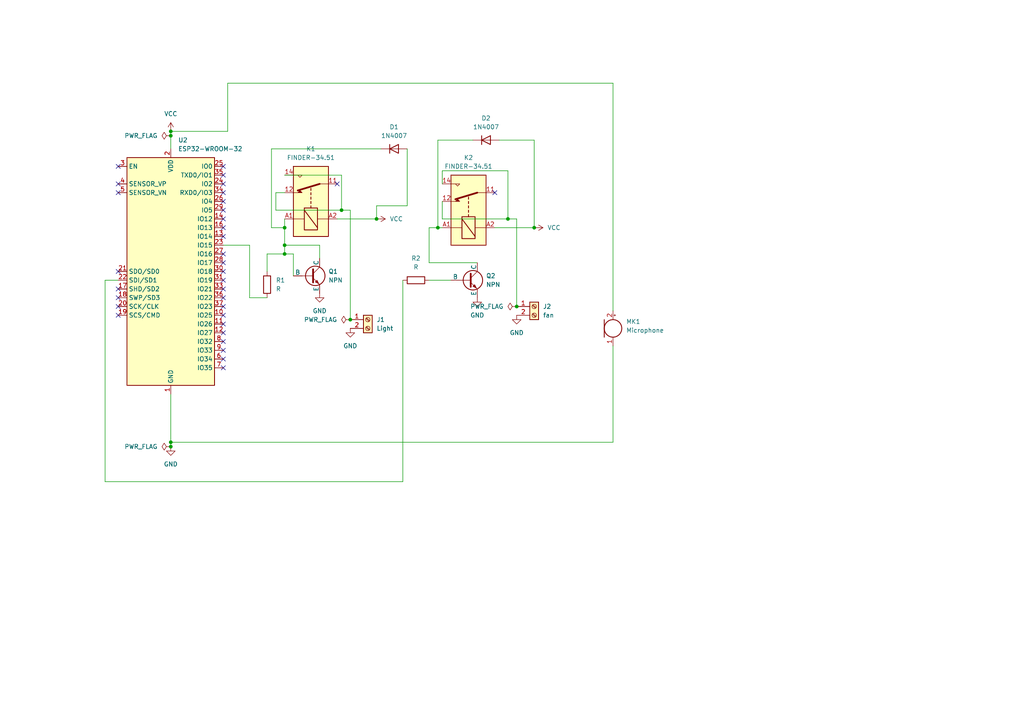
<source format=kicad_sch>
(kicad_sch
	(version 20250114)
	(generator "eeschema")
	(generator_version "9.0")
	(uuid "1b46e48f-b0f4-48cc-8190-394302a1b9b4")
	(paper "A4")
	(lib_symbols
		(symbol "Connector:Screw_Terminal_01x02"
			(pin_names
				(offset 1.016)
				(hide yes)
			)
			(exclude_from_sim no)
			(in_bom yes)
			(on_board yes)
			(property "Reference" "J"
				(at 0 2.54 0)
				(effects
					(font
						(size 1.27 1.27)
					)
				)
			)
			(property "Value" "Screw_Terminal_01x02"
				(at 0 -5.08 0)
				(effects
					(font
						(size 1.27 1.27)
					)
				)
			)
			(property "Footprint" ""
				(at 0 0 0)
				(effects
					(font
						(size 1.27 1.27)
					)
					(hide yes)
				)
			)
			(property "Datasheet" "~"
				(at 0 0 0)
				(effects
					(font
						(size 1.27 1.27)
					)
					(hide yes)
				)
			)
			(property "Description" "Generic screw terminal, single row, 01x02, script generated (kicad-library-utils/schlib/autogen/connector/)"
				(at 0 0 0)
				(effects
					(font
						(size 1.27 1.27)
					)
					(hide yes)
				)
			)
			(property "ki_keywords" "screw terminal"
				(at 0 0 0)
				(effects
					(font
						(size 1.27 1.27)
					)
					(hide yes)
				)
			)
			(property "ki_fp_filters" "TerminalBlock*:*"
				(at 0 0 0)
				(effects
					(font
						(size 1.27 1.27)
					)
					(hide yes)
				)
			)
			(symbol "Screw_Terminal_01x02_1_1"
				(rectangle
					(start -1.27 1.27)
					(end 1.27 -3.81)
					(stroke
						(width 0.254)
						(type default)
					)
					(fill
						(type background)
					)
				)
				(polyline
					(pts
						(xy -0.5334 0.3302) (xy 0.3302 -0.508)
					)
					(stroke
						(width 0.1524)
						(type default)
					)
					(fill
						(type none)
					)
				)
				(polyline
					(pts
						(xy -0.5334 -2.2098) (xy 0.3302 -3.048)
					)
					(stroke
						(width 0.1524)
						(type default)
					)
					(fill
						(type none)
					)
				)
				(polyline
					(pts
						(xy -0.3556 0.508) (xy 0.508 -0.3302)
					)
					(stroke
						(width 0.1524)
						(type default)
					)
					(fill
						(type none)
					)
				)
				(polyline
					(pts
						(xy -0.3556 -2.032) (xy 0.508 -2.8702)
					)
					(stroke
						(width 0.1524)
						(type default)
					)
					(fill
						(type none)
					)
				)
				(circle
					(center 0 0)
					(radius 0.635)
					(stroke
						(width 0.1524)
						(type default)
					)
					(fill
						(type none)
					)
				)
				(circle
					(center 0 -2.54)
					(radius 0.635)
					(stroke
						(width 0.1524)
						(type default)
					)
					(fill
						(type none)
					)
				)
				(pin passive line
					(at -5.08 0 0)
					(length 3.81)
					(name "Pin_1"
						(effects
							(font
								(size 1.27 1.27)
							)
						)
					)
					(number "1"
						(effects
							(font
								(size 1.27 1.27)
							)
						)
					)
				)
				(pin passive line
					(at -5.08 -2.54 0)
					(length 3.81)
					(name "Pin_2"
						(effects
							(font
								(size 1.27 1.27)
							)
						)
					)
					(number "2"
						(effects
							(font
								(size 1.27 1.27)
							)
						)
					)
				)
			)
			(embedded_fonts no)
		)
		(symbol "Device:Microphone"
			(pin_names
				(offset 0.0254)
				(hide yes)
			)
			(exclude_from_sim no)
			(in_bom yes)
			(on_board yes)
			(property "Reference" "MK"
				(at -3.81 1.27 0)
				(effects
					(font
						(size 1.27 1.27)
					)
					(justify right)
				)
			)
			(property "Value" "Microphone"
				(at -3.81 -0.635 0)
				(effects
					(font
						(size 1.27 1.27)
					)
					(justify right)
				)
			)
			(property "Footprint" ""
				(at 0 2.54 90)
				(effects
					(font
						(size 1.27 1.27)
					)
					(hide yes)
				)
			)
			(property "Datasheet" "~"
				(at 0 2.54 90)
				(effects
					(font
						(size 1.27 1.27)
					)
					(hide yes)
				)
			)
			(property "Description" "Microphone"
				(at 0 0 0)
				(effects
					(font
						(size 1.27 1.27)
					)
					(hide yes)
				)
			)
			(property "ki_keywords" "microphone"
				(at 0 0 0)
				(effects
					(font
						(size 1.27 1.27)
					)
					(hide yes)
				)
			)
			(symbol "Microphone_0_1"
				(polyline
					(pts
						(xy -2.54 2.54) (xy -2.54 -2.54)
					)
					(stroke
						(width 0.254)
						(type default)
					)
					(fill
						(type none)
					)
				)
				(circle
					(center 0 0)
					(radius 2.54)
					(stroke
						(width 0.254)
						(type default)
					)
					(fill
						(type none)
					)
				)
				(polyline
					(pts
						(xy 0.254 3.81) (xy 0.762 3.81)
					)
					(stroke
						(width 0)
						(type default)
					)
					(fill
						(type none)
					)
				)
				(polyline
					(pts
						(xy 0.508 4.064) (xy 0.508 3.556)
					)
					(stroke
						(width 0)
						(type default)
					)
					(fill
						(type none)
					)
				)
			)
			(symbol "Microphone_1_1"
				(pin passive line
					(at 0 5.08 270)
					(length 2.54)
					(name "+"
						(effects
							(font
								(size 1.27 1.27)
							)
						)
					)
					(number "2"
						(effects
							(font
								(size 1.27 1.27)
							)
						)
					)
				)
				(pin passive line
					(at 0 -5.08 90)
					(length 2.54)
					(name "-"
						(effects
							(font
								(size 1.27 1.27)
							)
						)
					)
					(number "1"
						(effects
							(font
								(size 1.27 1.27)
							)
						)
					)
				)
			)
			(embedded_fonts no)
		)
		(symbol "Device:R"
			(pin_numbers
				(hide yes)
			)
			(pin_names
				(offset 0)
			)
			(exclude_from_sim no)
			(in_bom yes)
			(on_board yes)
			(property "Reference" "R"
				(at 2.032 0 90)
				(effects
					(font
						(size 1.27 1.27)
					)
				)
			)
			(property "Value" "R"
				(at 0 0 90)
				(effects
					(font
						(size 1.27 1.27)
					)
				)
			)
			(property "Footprint" ""
				(at -1.778 0 90)
				(effects
					(font
						(size 1.27 1.27)
					)
					(hide yes)
				)
			)
			(property "Datasheet" "~"
				(at 0 0 0)
				(effects
					(font
						(size 1.27 1.27)
					)
					(hide yes)
				)
			)
			(property "Description" "Resistor"
				(at 0 0 0)
				(effects
					(font
						(size 1.27 1.27)
					)
					(hide yes)
				)
			)
			(property "ki_keywords" "R res resistor"
				(at 0 0 0)
				(effects
					(font
						(size 1.27 1.27)
					)
					(hide yes)
				)
			)
			(property "ki_fp_filters" "R_*"
				(at 0 0 0)
				(effects
					(font
						(size 1.27 1.27)
					)
					(hide yes)
				)
			)
			(symbol "R_0_1"
				(rectangle
					(start -1.016 -2.54)
					(end 1.016 2.54)
					(stroke
						(width 0.254)
						(type default)
					)
					(fill
						(type none)
					)
				)
			)
			(symbol "R_1_1"
				(pin passive line
					(at 0 3.81 270)
					(length 1.27)
					(name "~"
						(effects
							(font
								(size 1.27 1.27)
							)
						)
					)
					(number "1"
						(effects
							(font
								(size 1.27 1.27)
							)
						)
					)
				)
				(pin passive line
					(at 0 -3.81 90)
					(length 1.27)
					(name "~"
						(effects
							(font
								(size 1.27 1.27)
							)
						)
					)
					(number "2"
						(effects
							(font
								(size 1.27 1.27)
							)
						)
					)
				)
			)
			(embedded_fonts no)
		)
		(symbol "Diode:1N4007"
			(pin_numbers
				(hide yes)
			)
			(pin_names
				(hide yes)
			)
			(exclude_from_sim no)
			(in_bom yes)
			(on_board yes)
			(property "Reference" "D"
				(at 0 2.54 0)
				(effects
					(font
						(size 1.27 1.27)
					)
				)
			)
			(property "Value" "1N4007"
				(at 0 -2.54 0)
				(effects
					(font
						(size 1.27 1.27)
					)
				)
			)
			(property "Footprint" "Diode_THT:D_DO-41_SOD81_P10.16mm_Horizontal"
				(at 0 -4.445 0)
				(effects
					(font
						(size 1.27 1.27)
					)
					(hide yes)
				)
			)
			(property "Datasheet" "http://www.vishay.com/docs/88503/1n4001.pdf"
				(at 0 0 0)
				(effects
					(font
						(size 1.27 1.27)
					)
					(hide yes)
				)
			)
			(property "Description" "1000V 1A General Purpose Rectifier Diode, DO-41"
				(at 0 0 0)
				(effects
					(font
						(size 1.27 1.27)
					)
					(hide yes)
				)
			)
			(property "Sim.Device" "D"
				(at 0 0 0)
				(effects
					(font
						(size 1.27 1.27)
					)
					(hide yes)
				)
			)
			(property "Sim.Pins" "1=K 2=A"
				(at 0 0 0)
				(effects
					(font
						(size 1.27 1.27)
					)
					(hide yes)
				)
			)
			(property "ki_keywords" "diode"
				(at 0 0 0)
				(effects
					(font
						(size 1.27 1.27)
					)
					(hide yes)
				)
			)
			(property "ki_fp_filters" "D*DO?41*"
				(at 0 0 0)
				(effects
					(font
						(size 1.27 1.27)
					)
					(hide yes)
				)
			)
			(symbol "1N4007_0_1"
				(polyline
					(pts
						(xy -1.27 1.27) (xy -1.27 -1.27)
					)
					(stroke
						(width 0.254)
						(type default)
					)
					(fill
						(type none)
					)
				)
				(polyline
					(pts
						(xy 1.27 1.27) (xy 1.27 -1.27) (xy -1.27 0) (xy 1.27 1.27)
					)
					(stroke
						(width 0.254)
						(type default)
					)
					(fill
						(type none)
					)
				)
				(polyline
					(pts
						(xy 1.27 0) (xy -1.27 0)
					)
					(stroke
						(width 0)
						(type default)
					)
					(fill
						(type none)
					)
				)
			)
			(symbol "1N4007_1_1"
				(pin passive line
					(at -3.81 0 0)
					(length 2.54)
					(name "K"
						(effects
							(font
								(size 1.27 1.27)
							)
						)
					)
					(number "1"
						(effects
							(font
								(size 1.27 1.27)
							)
						)
					)
				)
				(pin passive line
					(at 3.81 0 180)
					(length 2.54)
					(name "A"
						(effects
							(font
								(size 1.27 1.27)
							)
						)
					)
					(number "2"
						(effects
							(font
								(size 1.27 1.27)
							)
						)
					)
				)
			)
			(embedded_fonts no)
		)
		(symbol "RF_Module:ESP32-WROOM-32"
			(exclude_from_sim no)
			(in_bom yes)
			(on_board yes)
			(property "Reference" "U"
				(at -12.7 34.29 0)
				(effects
					(font
						(size 1.27 1.27)
					)
					(justify left)
				)
			)
			(property "Value" "ESP32-WROOM-32"
				(at 1.27 34.29 0)
				(effects
					(font
						(size 1.27 1.27)
					)
					(justify left)
				)
			)
			(property "Footprint" "RF_Module:ESP32-WROOM-32"
				(at 0 -38.1 0)
				(effects
					(font
						(size 1.27 1.27)
					)
					(hide yes)
				)
			)
			(property "Datasheet" "https://www.espressif.com/sites/default/files/documentation/esp32-wroom-32_datasheet_en.pdf"
				(at -7.62 1.27 0)
				(effects
					(font
						(size 1.27 1.27)
					)
					(hide yes)
				)
			)
			(property "Description" "RF Module, ESP32-D0WDQ6 SoC, Wi-Fi 802.11b/g/n, Bluetooth, BLE, 32-bit, 2.7-3.6V, onboard antenna, SMD"
				(at 0 0 0)
				(effects
					(font
						(size 1.27 1.27)
					)
					(hide yes)
				)
			)
			(property "ki_keywords" "RF Radio BT ESP ESP32 Espressif onboard PCB antenna"
				(at 0 0 0)
				(effects
					(font
						(size 1.27 1.27)
					)
					(hide yes)
				)
			)
			(property "ki_fp_filters" "ESP32?WROOM?32*"
				(at 0 0 0)
				(effects
					(font
						(size 1.27 1.27)
					)
					(hide yes)
				)
			)
			(symbol "ESP32-WROOM-32_0_1"
				(rectangle
					(start -12.7 33.02)
					(end 12.7 -33.02)
					(stroke
						(width 0.254)
						(type default)
					)
					(fill
						(type background)
					)
				)
			)
			(symbol "ESP32-WROOM-32_1_1"
				(pin input line
					(at -15.24 30.48 0)
					(length 2.54)
					(name "EN"
						(effects
							(font
								(size 1.27 1.27)
							)
						)
					)
					(number "3"
						(effects
							(font
								(size 1.27 1.27)
							)
						)
					)
				)
				(pin input line
					(at -15.24 25.4 0)
					(length 2.54)
					(name "SENSOR_VP"
						(effects
							(font
								(size 1.27 1.27)
							)
						)
					)
					(number "4"
						(effects
							(font
								(size 1.27 1.27)
							)
						)
					)
				)
				(pin input line
					(at -15.24 22.86 0)
					(length 2.54)
					(name "SENSOR_VN"
						(effects
							(font
								(size 1.27 1.27)
							)
						)
					)
					(number "5"
						(effects
							(font
								(size 1.27 1.27)
							)
						)
					)
				)
				(pin bidirectional line
					(at -15.24 0 0)
					(length 2.54)
					(name "SDO/SD0"
						(effects
							(font
								(size 1.27 1.27)
							)
						)
					)
					(number "21"
						(effects
							(font
								(size 1.27 1.27)
							)
						)
					)
				)
				(pin bidirectional line
					(at -15.24 -2.54 0)
					(length 2.54)
					(name "SDI/SD1"
						(effects
							(font
								(size 1.27 1.27)
							)
						)
					)
					(number "22"
						(effects
							(font
								(size 1.27 1.27)
							)
						)
					)
				)
				(pin bidirectional line
					(at -15.24 -5.08 0)
					(length 2.54)
					(name "SHD/SD2"
						(effects
							(font
								(size 1.27 1.27)
							)
						)
					)
					(number "17"
						(effects
							(font
								(size 1.27 1.27)
							)
						)
					)
				)
				(pin bidirectional line
					(at -15.24 -7.62 0)
					(length 2.54)
					(name "SWP/SD3"
						(effects
							(font
								(size 1.27 1.27)
							)
						)
					)
					(number "18"
						(effects
							(font
								(size 1.27 1.27)
							)
						)
					)
				)
				(pin bidirectional line
					(at -15.24 -10.16 0)
					(length 2.54)
					(name "SCK/CLK"
						(effects
							(font
								(size 1.27 1.27)
							)
						)
					)
					(number "20"
						(effects
							(font
								(size 1.27 1.27)
							)
						)
					)
				)
				(pin bidirectional line
					(at -15.24 -12.7 0)
					(length 2.54)
					(name "SCS/CMD"
						(effects
							(font
								(size 1.27 1.27)
							)
						)
					)
					(number "19"
						(effects
							(font
								(size 1.27 1.27)
							)
						)
					)
				)
				(pin no_connect line
					(at -12.7 -27.94 0)
					(length 2.54)
					(hide yes)
					(name "NC"
						(effects
							(font
								(size 1.27 1.27)
							)
						)
					)
					(number "32"
						(effects
							(font
								(size 1.27 1.27)
							)
						)
					)
				)
				(pin power_in line
					(at 0 35.56 270)
					(length 2.54)
					(name "VDD"
						(effects
							(font
								(size 1.27 1.27)
							)
						)
					)
					(number "2"
						(effects
							(font
								(size 1.27 1.27)
							)
						)
					)
				)
				(pin power_in line
					(at 0 -35.56 90)
					(length 2.54)
					(name "GND"
						(effects
							(font
								(size 1.27 1.27)
							)
						)
					)
					(number "1"
						(effects
							(font
								(size 1.27 1.27)
							)
						)
					)
				)
				(pin passive line
					(at 0 -35.56 90)
					(length 2.54)
					(hide yes)
					(name "GND"
						(effects
							(font
								(size 1.27 1.27)
							)
						)
					)
					(number "15"
						(effects
							(font
								(size 1.27 1.27)
							)
						)
					)
				)
				(pin passive line
					(at 0 -35.56 90)
					(length 2.54)
					(hide yes)
					(name "GND"
						(effects
							(font
								(size 1.27 1.27)
							)
						)
					)
					(number "38"
						(effects
							(font
								(size 1.27 1.27)
							)
						)
					)
				)
				(pin passive line
					(at 0 -35.56 90)
					(length 2.54)
					(hide yes)
					(name "GND"
						(effects
							(font
								(size 1.27 1.27)
							)
						)
					)
					(number "39"
						(effects
							(font
								(size 1.27 1.27)
							)
						)
					)
				)
				(pin bidirectional line
					(at 15.24 30.48 180)
					(length 2.54)
					(name "IO0"
						(effects
							(font
								(size 1.27 1.27)
							)
						)
					)
					(number "25"
						(effects
							(font
								(size 1.27 1.27)
							)
						)
					)
				)
				(pin bidirectional line
					(at 15.24 27.94 180)
					(length 2.54)
					(name "TXD0/IO1"
						(effects
							(font
								(size 1.27 1.27)
							)
						)
					)
					(number "35"
						(effects
							(font
								(size 1.27 1.27)
							)
						)
					)
				)
				(pin bidirectional line
					(at 15.24 25.4 180)
					(length 2.54)
					(name "IO2"
						(effects
							(font
								(size 1.27 1.27)
							)
						)
					)
					(number "24"
						(effects
							(font
								(size 1.27 1.27)
							)
						)
					)
				)
				(pin bidirectional line
					(at 15.24 22.86 180)
					(length 2.54)
					(name "RXD0/IO3"
						(effects
							(font
								(size 1.27 1.27)
							)
						)
					)
					(number "34"
						(effects
							(font
								(size 1.27 1.27)
							)
						)
					)
				)
				(pin bidirectional line
					(at 15.24 20.32 180)
					(length 2.54)
					(name "IO4"
						(effects
							(font
								(size 1.27 1.27)
							)
						)
					)
					(number "26"
						(effects
							(font
								(size 1.27 1.27)
							)
						)
					)
				)
				(pin bidirectional line
					(at 15.24 17.78 180)
					(length 2.54)
					(name "IO5"
						(effects
							(font
								(size 1.27 1.27)
							)
						)
					)
					(number "29"
						(effects
							(font
								(size 1.27 1.27)
							)
						)
					)
				)
				(pin bidirectional line
					(at 15.24 15.24 180)
					(length 2.54)
					(name "IO12"
						(effects
							(font
								(size 1.27 1.27)
							)
						)
					)
					(number "14"
						(effects
							(font
								(size 1.27 1.27)
							)
						)
					)
				)
				(pin bidirectional line
					(at 15.24 12.7 180)
					(length 2.54)
					(name "IO13"
						(effects
							(font
								(size 1.27 1.27)
							)
						)
					)
					(number "16"
						(effects
							(font
								(size 1.27 1.27)
							)
						)
					)
				)
				(pin bidirectional line
					(at 15.24 10.16 180)
					(length 2.54)
					(name "IO14"
						(effects
							(font
								(size 1.27 1.27)
							)
						)
					)
					(number "13"
						(effects
							(font
								(size 1.27 1.27)
							)
						)
					)
				)
				(pin bidirectional line
					(at 15.24 7.62 180)
					(length 2.54)
					(name "IO15"
						(effects
							(font
								(size 1.27 1.27)
							)
						)
					)
					(number "23"
						(effects
							(font
								(size 1.27 1.27)
							)
						)
					)
				)
				(pin bidirectional line
					(at 15.24 5.08 180)
					(length 2.54)
					(name "IO16"
						(effects
							(font
								(size 1.27 1.27)
							)
						)
					)
					(number "27"
						(effects
							(font
								(size 1.27 1.27)
							)
						)
					)
				)
				(pin bidirectional line
					(at 15.24 2.54 180)
					(length 2.54)
					(name "IO17"
						(effects
							(font
								(size 1.27 1.27)
							)
						)
					)
					(number "28"
						(effects
							(font
								(size 1.27 1.27)
							)
						)
					)
				)
				(pin bidirectional line
					(at 15.24 0 180)
					(length 2.54)
					(name "IO18"
						(effects
							(font
								(size 1.27 1.27)
							)
						)
					)
					(number "30"
						(effects
							(font
								(size 1.27 1.27)
							)
						)
					)
				)
				(pin bidirectional line
					(at 15.24 -2.54 180)
					(length 2.54)
					(name "IO19"
						(effects
							(font
								(size 1.27 1.27)
							)
						)
					)
					(number "31"
						(effects
							(font
								(size 1.27 1.27)
							)
						)
					)
				)
				(pin bidirectional line
					(at 15.24 -5.08 180)
					(length 2.54)
					(name "IO21"
						(effects
							(font
								(size 1.27 1.27)
							)
						)
					)
					(number "33"
						(effects
							(font
								(size 1.27 1.27)
							)
						)
					)
				)
				(pin bidirectional line
					(at 15.24 -7.62 180)
					(length 2.54)
					(name "IO22"
						(effects
							(font
								(size 1.27 1.27)
							)
						)
					)
					(number "36"
						(effects
							(font
								(size 1.27 1.27)
							)
						)
					)
				)
				(pin bidirectional line
					(at 15.24 -10.16 180)
					(length 2.54)
					(name "IO23"
						(effects
							(font
								(size 1.27 1.27)
							)
						)
					)
					(number "37"
						(effects
							(font
								(size 1.27 1.27)
							)
						)
					)
				)
				(pin bidirectional line
					(at 15.24 -12.7 180)
					(length 2.54)
					(name "IO25"
						(effects
							(font
								(size 1.27 1.27)
							)
						)
					)
					(number "10"
						(effects
							(font
								(size 1.27 1.27)
							)
						)
					)
				)
				(pin bidirectional line
					(at 15.24 -15.24 180)
					(length 2.54)
					(name "IO26"
						(effects
							(font
								(size 1.27 1.27)
							)
						)
					)
					(number "11"
						(effects
							(font
								(size 1.27 1.27)
							)
						)
					)
				)
				(pin bidirectional line
					(at 15.24 -17.78 180)
					(length 2.54)
					(name "IO27"
						(effects
							(font
								(size 1.27 1.27)
							)
						)
					)
					(number "12"
						(effects
							(font
								(size 1.27 1.27)
							)
						)
					)
				)
				(pin bidirectional line
					(at 15.24 -20.32 180)
					(length 2.54)
					(name "IO32"
						(effects
							(font
								(size 1.27 1.27)
							)
						)
					)
					(number "8"
						(effects
							(font
								(size 1.27 1.27)
							)
						)
					)
				)
				(pin bidirectional line
					(at 15.24 -22.86 180)
					(length 2.54)
					(name "IO33"
						(effects
							(font
								(size 1.27 1.27)
							)
						)
					)
					(number "9"
						(effects
							(font
								(size 1.27 1.27)
							)
						)
					)
				)
				(pin input line
					(at 15.24 -25.4 180)
					(length 2.54)
					(name "IO34"
						(effects
							(font
								(size 1.27 1.27)
							)
						)
					)
					(number "6"
						(effects
							(font
								(size 1.27 1.27)
							)
						)
					)
				)
				(pin input line
					(at 15.24 -27.94 180)
					(length 2.54)
					(name "IO35"
						(effects
							(font
								(size 1.27 1.27)
							)
						)
					)
					(number "7"
						(effects
							(font
								(size 1.27 1.27)
							)
						)
					)
				)
			)
			(embedded_fonts no)
		)
		(symbol "Relay:FINDER-34.51"
			(exclude_from_sim no)
			(in_bom yes)
			(on_board yes)
			(property "Reference" "K"
				(at 11.43 3.81 0)
				(effects
					(font
						(size 1.27 1.27)
					)
					(justify left)
				)
			)
			(property "Value" "FINDER-34.51"
				(at 11.43 1.27 0)
				(effects
					(font
						(size 1.27 1.27)
					)
					(justify left)
				)
			)
			(property "Footprint" "Relay_THT:Relay_SPDT_Finder_34.51_Vertical"
				(at 28.956 -1.016 0)
				(effects
					(font
						(size 1.27 1.27)
					)
					(hide yes)
				)
			)
			(property "Datasheet" "https://gfinder.findernet.com/public/attachments/34/EN/S34USAEN.pdf"
				(at 0 0 0)
				(effects
					(font
						(size 1.27 1.27)
					)
					(hide yes)
				)
			)
			(property "Description" "Ultra-slim 1 Pole - 6A SPDT relay"
				(at 0 0 0)
				(effects
					(font
						(size 1.27 1.27)
					)
					(hide yes)
				)
			)
			(property "ki_keywords" "Single Pole Relay SPDT"
				(at 0 0 0)
				(effects
					(font
						(size 1.27 1.27)
					)
					(hide yes)
				)
			)
			(property "ki_fp_filters" "Relay*SPDT*Finder*34.51*"
				(at 0 0 0)
				(effects
					(font
						(size 1.27 1.27)
					)
					(hide yes)
				)
			)
			(symbol "FINDER-34.51_0_0"
				(polyline
					(pts
						(xy 7.62 5.08) (xy 7.62 2.54) (xy 6.985 3.175) (xy 7.62 3.81)
					)
					(stroke
						(width 0)
						(type default)
					)
					(fill
						(type none)
					)
				)
			)
			(symbol "FINDER-34.51_0_1"
				(rectangle
					(start -10.16 5.08)
					(end 10.16 -5.08)
					(stroke
						(width 0.254)
						(type default)
					)
					(fill
						(type background)
					)
				)
				(rectangle
					(start -8.255 1.905)
					(end -1.905 -1.905)
					(stroke
						(width 0.254)
						(type default)
					)
					(fill
						(type none)
					)
				)
				(polyline
					(pts
						(xy -7.62 -1.905) (xy -2.54 1.905)
					)
					(stroke
						(width 0.254)
						(type default)
					)
					(fill
						(type none)
					)
				)
				(polyline
					(pts
						(xy -5.08 5.08) (xy -5.08 1.905)
					)
					(stroke
						(width 0)
						(type default)
					)
					(fill
						(type none)
					)
				)
				(polyline
					(pts
						(xy -5.08 -5.08) (xy -5.08 -1.905)
					)
					(stroke
						(width 0)
						(type default)
					)
					(fill
						(type none)
					)
				)
				(polyline
					(pts
						(xy -1.905 0) (xy -1.27 0)
					)
					(stroke
						(width 0.254)
						(type default)
					)
					(fill
						(type none)
					)
				)
				(polyline
					(pts
						(xy -0.635 0) (xy 0 0)
					)
					(stroke
						(width 0.254)
						(type default)
					)
					(fill
						(type none)
					)
				)
				(polyline
					(pts
						(xy 0.635 0) (xy 1.27 0)
					)
					(stroke
						(width 0.254)
						(type default)
					)
					(fill
						(type none)
					)
				)
				(polyline
					(pts
						(xy 1.905 0) (xy 2.54 0)
					)
					(stroke
						(width 0.254)
						(type default)
					)
					(fill
						(type none)
					)
				)
				(polyline
					(pts
						(xy 2.54 5.08) (xy 2.54 2.54) (xy 3.175 3.175) (xy 2.54 3.81)
					)
					(stroke
						(width 0)
						(type default)
					)
					(fill
						(type outline)
					)
				)
				(polyline
					(pts
						(xy 3.175 0) (xy 3.81 0)
					)
					(stroke
						(width 0.254)
						(type default)
					)
					(fill
						(type none)
					)
				)
				(polyline
					(pts
						(xy 5.08 -2.54) (xy 3.175 3.81)
					)
					(stroke
						(width 0.508)
						(type default)
					)
					(fill
						(type none)
					)
				)
				(polyline
					(pts
						(xy 5.08 -2.54) (xy 5.08 -5.08)
					)
					(stroke
						(width 0)
						(type default)
					)
					(fill
						(type none)
					)
				)
			)
			(symbol "FINDER-34.51_1_1"
				(pin passive line
					(at -5.08 7.62 270)
					(length 2.54)
					(name "~"
						(effects
							(font
								(size 1.27 1.27)
							)
						)
					)
					(number "A1"
						(effects
							(font
								(size 1.27 1.27)
							)
						)
					)
				)
				(pin passive line
					(at -5.08 -7.62 90)
					(length 2.54)
					(name "~"
						(effects
							(font
								(size 1.27 1.27)
							)
						)
					)
					(number "A2"
						(effects
							(font
								(size 1.27 1.27)
							)
						)
					)
				)
				(pin passive line
					(at 2.54 7.62 270)
					(length 2.54)
					(name "~"
						(effects
							(font
								(size 1.27 1.27)
							)
						)
					)
					(number "12"
						(effects
							(font
								(size 1.27 1.27)
							)
						)
					)
				)
				(pin passive line
					(at 5.08 -7.62 90)
					(length 2.54)
					(name "~"
						(effects
							(font
								(size 1.27 1.27)
							)
						)
					)
					(number "11"
						(effects
							(font
								(size 1.27 1.27)
							)
						)
					)
				)
				(pin passive line
					(at 7.62 7.62 270)
					(length 2.54)
					(name "~"
						(effects
							(font
								(size 1.27 1.27)
							)
						)
					)
					(number "14"
						(effects
							(font
								(size 1.27 1.27)
							)
						)
					)
				)
			)
			(embedded_fonts no)
		)
		(symbol "Simulation_SPICE:NPN"
			(pin_numbers
				(hide yes)
			)
			(pin_names
				(offset 0)
			)
			(exclude_from_sim no)
			(in_bom yes)
			(on_board yes)
			(property "Reference" "Q"
				(at -2.54 7.62 0)
				(effects
					(font
						(size 1.27 1.27)
					)
				)
			)
			(property "Value" "NPN"
				(at -2.54 5.08 0)
				(effects
					(font
						(size 1.27 1.27)
					)
				)
			)
			(property "Footprint" ""
				(at 63.5 0 0)
				(effects
					(font
						(size 1.27 1.27)
					)
					(hide yes)
				)
			)
			(property "Datasheet" "https://ngspice.sourceforge.io/docs/ngspice-html-manual/manual.xhtml#cha_BJTs"
				(at 63.5 0 0)
				(effects
					(font
						(size 1.27 1.27)
					)
					(hide yes)
				)
			)
			(property "Description" "Bipolar transistor symbol for simulation only, substrate tied to the emitter"
				(at 0 0 0)
				(effects
					(font
						(size 1.27 1.27)
					)
					(hide yes)
				)
			)
			(property "Sim.Device" "NPN"
				(at 0 0 0)
				(effects
					(font
						(size 1.27 1.27)
					)
					(hide yes)
				)
			)
			(property "Sim.Type" "GUMMELPOON"
				(at 0 0 0)
				(effects
					(font
						(size 1.27 1.27)
					)
					(hide yes)
				)
			)
			(property "Sim.Pins" "1=C 2=B 3=E"
				(at 0 0 0)
				(effects
					(font
						(size 1.27 1.27)
					)
					(hide yes)
				)
			)
			(property "ki_keywords" "simulation"
				(at 0 0 0)
				(effects
					(font
						(size 1.27 1.27)
					)
					(hide yes)
				)
			)
			(symbol "NPN_0_1"
				(polyline
					(pts
						(xy -2.54 0) (xy 0.635 0)
					)
					(stroke
						(width 0.1524)
						(type default)
					)
					(fill
						(type none)
					)
				)
				(polyline
					(pts
						(xy 0.635 1.905) (xy 0.635 -1.905) (xy 0.635 -1.905)
					)
					(stroke
						(width 0.508)
						(type default)
					)
					(fill
						(type none)
					)
				)
				(polyline
					(pts
						(xy 0.635 0.635) (xy 2.54 2.54)
					)
					(stroke
						(width 0)
						(type default)
					)
					(fill
						(type none)
					)
				)
				(polyline
					(pts
						(xy 0.635 -0.635) (xy 2.54 -2.54) (xy 2.54 -2.54)
					)
					(stroke
						(width 0)
						(type default)
					)
					(fill
						(type none)
					)
				)
				(circle
					(center 1.27 0)
					(radius 2.8194)
					(stroke
						(width 0.254)
						(type default)
					)
					(fill
						(type none)
					)
				)
				(polyline
					(pts
						(xy 1.27 -1.778) (xy 1.778 -1.27) (xy 2.286 -2.286) (xy 1.27 -1.778) (xy 1.27 -1.778)
					)
					(stroke
						(width 0)
						(type default)
					)
					(fill
						(type outline)
					)
				)
				(polyline
					(pts
						(xy 2.794 -1.27) (xy 2.794 -1.27)
					)
					(stroke
						(width 0.1524)
						(type default)
					)
					(fill
						(type none)
					)
				)
				(polyline
					(pts
						(xy 2.794 -1.27) (xy 2.794 -1.27)
					)
					(stroke
						(width 0.1524)
						(type default)
					)
					(fill
						(type none)
					)
				)
			)
			(symbol "NPN_1_1"
				(pin input line
					(at -5.08 0 0)
					(length 2.54)
					(name "B"
						(effects
							(font
								(size 1.27 1.27)
							)
						)
					)
					(number "2"
						(effects
							(font
								(size 1.27 1.27)
							)
						)
					)
				)
				(pin open_collector line
					(at 2.54 5.08 270)
					(length 2.54)
					(name "C"
						(effects
							(font
								(size 1.27 1.27)
							)
						)
					)
					(number "1"
						(effects
							(font
								(size 1.27 1.27)
							)
						)
					)
				)
				(pin open_emitter line
					(at 2.54 -5.08 90)
					(length 2.54)
					(name "E"
						(effects
							(font
								(size 1.27 1.27)
							)
						)
					)
					(number "3"
						(effects
							(font
								(size 1.27 1.27)
							)
						)
					)
				)
			)
			(embedded_fonts no)
		)
		(symbol "power:GND"
			(power)
			(pin_numbers
				(hide yes)
			)
			(pin_names
				(offset 0)
				(hide yes)
			)
			(exclude_from_sim no)
			(in_bom yes)
			(on_board yes)
			(property "Reference" "#PWR"
				(at 0 -6.35 0)
				(effects
					(font
						(size 1.27 1.27)
					)
					(hide yes)
				)
			)
			(property "Value" "GND"
				(at 0 -3.81 0)
				(effects
					(font
						(size 1.27 1.27)
					)
				)
			)
			(property "Footprint" ""
				(at 0 0 0)
				(effects
					(font
						(size 1.27 1.27)
					)
					(hide yes)
				)
			)
			(property "Datasheet" ""
				(at 0 0 0)
				(effects
					(font
						(size 1.27 1.27)
					)
					(hide yes)
				)
			)
			(property "Description" "Power symbol creates a global label with name \"GND\" , ground"
				(at 0 0 0)
				(effects
					(font
						(size 1.27 1.27)
					)
					(hide yes)
				)
			)
			(property "ki_keywords" "global power"
				(at 0 0 0)
				(effects
					(font
						(size 1.27 1.27)
					)
					(hide yes)
				)
			)
			(symbol "GND_0_1"
				(polyline
					(pts
						(xy 0 0) (xy 0 -1.27) (xy 1.27 -1.27) (xy 0 -2.54) (xy -1.27 -1.27) (xy 0 -1.27)
					)
					(stroke
						(width 0)
						(type default)
					)
					(fill
						(type none)
					)
				)
			)
			(symbol "GND_1_1"
				(pin power_in line
					(at 0 0 270)
					(length 0)
					(name "~"
						(effects
							(font
								(size 1.27 1.27)
							)
						)
					)
					(number "1"
						(effects
							(font
								(size 1.27 1.27)
							)
						)
					)
				)
			)
			(embedded_fonts no)
		)
		(symbol "power:PWR_FLAG"
			(power)
			(pin_numbers
				(hide yes)
			)
			(pin_names
				(offset 0)
				(hide yes)
			)
			(exclude_from_sim no)
			(in_bom yes)
			(on_board yes)
			(property "Reference" "#FLG"
				(at 0 1.905 0)
				(effects
					(font
						(size 1.27 1.27)
					)
					(hide yes)
				)
			)
			(property "Value" "PWR_FLAG"
				(at 0 3.81 0)
				(effects
					(font
						(size 1.27 1.27)
					)
				)
			)
			(property "Footprint" ""
				(at 0 0 0)
				(effects
					(font
						(size 1.27 1.27)
					)
					(hide yes)
				)
			)
			(property "Datasheet" "~"
				(at 0 0 0)
				(effects
					(font
						(size 1.27 1.27)
					)
					(hide yes)
				)
			)
			(property "Description" "Special symbol for telling ERC where power comes from"
				(at 0 0 0)
				(effects
					(font
						(size 1.27 1.27)
					)
					(hide yes)
				)
			)
			(property "ki_keywords" "flag power"
				(at 0 0 0)
				(effects
					(font
						(size 1.27 1.27)
					)
					(hide yes)
				)
			)
			(symbol "PWR_FLAG_0_0"
				(pin power_out line
					(at 0 0 90)
					(length 0)
					(name "~"
						(effects
							(font
								(size 1.27 1.27)
							)
						)
					)
					(number "1"
						(effects
							(font
								(size 1.27 1.27)
							)
						)
					)
				)
			)
			(symbol "PWR_FLAG_0_1"
				(polyline
					(pts
						(xy 0 0) (xy 0 1.27) (xy -1.016 1.905) (xy 0 2.54) (xy 1.016 1.905) (xy 0 1.27)
					)
					(stroke
						(width 0)
						(type default)
					)
					(fill
						(type none)
					)
				)
			)
			(embedded_fonts no)
		)
		(symbol "power:VCC"
			(power)
			(pin_numbers
				(hide yes)
			)
			(pin_names
				(offset 0)
				(hide yes)
			)
			(exclude_from_sim no)
			(in_bom yes)
			(on_board yes)
			(property "Reference" "#PWR"
				(at 0 -3.81 0)
				(effects
					(font
						(size 1.27 1.27)
					)
					(hide yes)
				)
			)
			(property "Value" "VCC"
				(at 0 3.556 0)
				(effects
					(font
						(size 1.27 1.27)
					)
				)
			)
			(property "Footprint" ""
				(at 0 0 0)
				(effects
					(font
						(size 1.27 1.27)
					)
					(hide yes)
				)
			)
			(property "Datasheet" ""
				(at 0 0 0)
				(effects
					(font
						(size 1.27 1.27)
					)
					(hide yes)
				)
			)
			(property "Description" "Power symbol creates a global label with name \"VCC\""
				(at 0 0 0)
				(effects
					(font
						(size 1.27 1.27)
					)
					(hide yes)
				)
			)
			(property "ki_keywords" "global power"
				(at 0 0 0)
				(effects
					(font
						(size 1.27 1.27)
					)
					(hide yes)
				)
			)
			(symbol "VCC_0_1"
				(polyline
					(pts
						(xy -0.762 1.27) (xy 0 2.54)
					)
					(stroke
						(width 0)
						(type default)
					)
					(fill
						(type none)
					)
				)
				(polyline
					(pts
						(xy 0 2.54) (xy 0.762 1.27)
					)
					(stroke
						(width 0)
						(type default)
					)
					(fill
						(type none)
					)
				)
				(polyline
					(pts
						(xy 0 0) (xy 0 2.54)
					)
					(stroke
						(width 0)
						(type default)
					)
					(fill
						(type none)
					)
				)
			)
			(symbol "VCC_1_1"
				(pin power_in line
					(at 0 0 90)
					(length 0)
					(name "~"
						(effects
							(font
								(size 1.27 1.27)
							)
						)
					)
					(number "1"
						(effects
							(font
								(size 1.27 1.27)
							)
						)
					)
				)
			)
			(embedded_fonts no)
		)
	)
	(junction
		(at 149.86 88.9)
		(diameter 0)
		(color 0 0 0 0)
		(uuid "00102b2d-b021-468d-9e0e-d1a64884959a")
	)
	(junction
		(at 49.53 129.54)
		(diameter 0)
		(color 0 0 0 0)
		(uuid "0204312e-c4e5-4f7a-a656-55d2a8f6a449")
	)
	(junction
		(at 154.94 66.04)
		(diameter 0)
		(color 0 0 0 0)
		(uuid "0bba56f9-a748-4468-980e-92cf73055121")
	)
	(junction
		(at 49.53 38.1)
		(diameter 0)
		(color 0 0 0 0)
		(uuid "0c3eefd5-e725-4467-a583-38b301b2c937")
	)
	(junction
		(at 49.53 39.37)
		(diameter 0)
		(color 0 0 0 0)
		(uuid "0e058669-8a28-436f-a405-ef375065384a")
	)
	(junction
		(at 101.6 92.71)
		(diameter 0)
		(color 0 0 0 0)
		(uuid "3c3b4a17-762d-4b76-b32b-603a20d6b86d")
	)
	(junction
		(at 109.22 63.5)
		(diameter 0)
		(color 0 0 0 0)
		(uuid "428f0a47-3bf3-48f0-a9cb-93c79905a82d")
	)
	(junction
		(at 82.55 71.12)
		(diameter 0)
		(color 0 0 0 0)
		(uuid "45f80c0c-e355-4aaf-8dbf-d3611b753019")
	)
	(junction
		(at 147.32 63.5)
		(diameter 0)
		(color 0 0 0 0)
		(uuid "5bf3c08e-1033-4dbd-8df1-925e5c80ef72")
	)
	(junction
		(at 82.55 73.66)
		(diameter 0)
		(color 0 0 0 0)
		(uuid "6f8b3125-3d53-448b-ac8d-da5b5f42edcf")
	)
	(junction
		(at 49.53 128.27)
		(diameter 0)
		(color 0 0 0 0)
		(uuid "7cda76d7-7eaa-4eb2-9860-92373ca47463")
	)
	(junction
		(at 82.55 66.04)
		(diameter 0)
		(color 0 0 0 0)
		(uuid "bc1ca273-7565-4680-91f2-9f5af5295379")
	)
	(junction
		(at 127 66.04)
		(diameter 0)
		(color 0 0 0 0)
		(uuid "c407c241-2db4-4f39-a592-850b03e862d8")
	)
	(junction
		(at 99.06 60.96)
		(diameter 0)
		(color 0 0 0 0)
		(uuid "e78d3e49-452d-4cf3-86f0-cf405c38b2b3")
	)
	(no_connect
		(at 64.77 81.28)
		(uuid "0014bb03-95b9-4a10-96a3-f65519d7ffa2")
	)
	(no_connect
		(at 64.77 76.2)
		(uuid "029b7971-7c3c-4ed8-b040-28d6bfea5f55")
	)
	(no_connect
		(at 64.77 78.74)
		(uuid "096a7c0a-1beb-4f05-8c6e-11511b8ec045")
	)
	(no_connect
		(at 34.29 53.34)
		(uuid "0ab06268-9ab1-4842-a2ee-0c7afc98e819")
	)
	(no_connect
		(at 64.77 63.5)
		(uuid "208b4d42-55e0-4292-ac5d-67b335cb0b61")
	)
	(no_connect
		(at 64.77 91.44)
		(uuid "20e5dfde-e97b-49b6-a8ae-57ac54b2b7a8")
	)
	(no_connect
		(at 64.77 68.58)
		(uuid "3980466d-3837-42e6-a929-ff1c3094d246")
	)
	(no_connect
		(at 64.77 48.26)
		(uuid "3bea57f9-e284-413c-b4bf-327af7a52161")
	)
	(no_connect
		(at 64.77 53.34)
		(uuid "4290a542-318c-4bc2-8497-7b687d56d832")
	)
	(no_connect
		(at 64.77 66.04)
		(uuid "5bee4619-e5c7-4c62-84e7-7b3e4d4c6d63")
	)
	(no_connect
		(at 34.29 88.9)
		(uuid "5fe28ee9-9e5f-45fa-bafd-3cf2bbb8cb56")
	)
	(no_connect
		(at 34.29 55.88)
		(uuid "659a4b31-4e1d-437f-abb3-00a2f26cd3bc")
	)
	(no_connect
		(at 64.77 86.36)
		(uuid "6b3a9fed-4b85-4aa4-91c6-810dcbf5bd11")
	)
	(no_connect
		(at 64.77 99.06)
		(uuid "79593fbf-ae5a-4263-bcb2-0fcaf7673b01")
	)
	(no_connect
		(at 34.29 86.36)
		(uuid "7c26800d-61a0-4caa-914e-95ba174e2752")
	)
	(no_connect
		(at 64.77 101.6)
		(uuid "8a1e9380-fd9c-43aa-b366-5c27ae1929d2")
	)
	(no_connect
		(at 64.77 104.14)
		(uuid "90acdbe6-439b-4fc5-b797-0c0e994081de")
	)
	(no_connect
		(at 64.77 96.52)
		(uuid "91ca8312-7cc6-40bf-ac5b-d8bcf940e6fe")
	)
	(no_connect
		(at 34.29 48.26)
		(uuid "9e0540ae-5503-43de-8e9c-6d3888ddccb5")
	)
	(no_connect
		(at 64.77 93.98)
		(uuid "ac87c030-0e32-41bb-924e-0130ebe02871")
	)
	(no_connect
		(at 64.77 83.82)
		(uuid "b2cfaf03-b82b-4b1a-824b-a5160be7aba8")
	)
	(no_connect
		(at 64.77 58.42)
		(uuid "c2cfa7d5-24cb-45ae-93a1-5e0218b6b4cc")
	)
	(no_connect
		(at 34.29 83.82)
		(uuid "cc08351b-cc68-4041-b72d-067ed754aecc")
	)
	(no_connect
		(at 143.51 55.88)
		(uuid "cf3f32d2-9e41-4ef3-a563-7b7cfe7759d2")
	)
	(no_connect
		(at 64.77 106.68)
		(uuid "d221425e-eac0-4b19-89ce-1a3044b97eda")
	)
	(no_connect
		(at 64.77 50.8)
		(uuid "d60e1b35-851d-485a-8116-6ef5c61323b8")
	)
	(no_connect
		(at 64.77 88.9)
		(uuid "d7296690-2734-4422-a9ee-e1f0b5be533d")
	)
	(no_connect
		(at 64.77 73.66)
		(uuid "dc4af9e2-6ca9-451b-bbf9-d8d6903558c1")
	)
	(no_connect
		(at 34.29 91.44)
		(uuid "dd935321-29f8-4278-a0e3-e85dffe4e7d8")
	)
	(no_connect
		(at 97.79 53.34)
		(uuid "ebac3edd-707b-4763-9601-bd5cedbf755d")
	)
	(no_connect
		(at 34.29 78.74)
		(uuid "f402acd8-4d2f-45ac-8675-ec39a797e3d3")
	)
	(no_connect
		(at 64.77 55.88)
		(uuid "fc3209a6-86b2-4095-97b7-fed67f74f548")
	)
	(no_connect
		(at 64.77 60.96)
		(uuid "fc322c25-9d89-4d14-9e39-fe3eb1695960")
	)
	(wire
		(pts
			(xy 72.39 71.12) (xy 72.39 86.36)
		)
		(stroke
			(width 0)
			(type default)
		)
		(uuid "07abf5cd-083e-46cb-acf3-7b74b4248c8e")
	)
	(wire
		(pts
			(xy 30.48 81.28) (xy 30.48 139.7)
		)
		(stroke
			(width 0)
			(type default)
		)
		(uuid "0dcd706f-19c6-4783-aef7-553ed24dc594")
	)
	(wire
		(pts
			(xy 128.27 58.42) (xy 128.27 63.5)
		)
		(stroke
			(width 0)
			(type default)
		)
		(uuid "136b67b3-e14e-4456-8cf2-7d7f71d67fa6")
	)
	(wire
		(pts
			(xy 177.8 24.13) (xy 66.04 24.13)
		)
		(stroke
			(width 0)
			(type default)
		)
		(uuid "1a1fd717-ff21-433f-b831-02c540068efc")
	)
	(wire
		(pts
			(xy 49.53 114.3) (xy 49.53 128.27)
		)
		(stroke
			(width 0)
			(type default)
		)
		(uuid "245df193-c014-44f7-8a68-191265b669d8")
	)
	(wire
		(pts
			(xy 82.55 63.5) (xy 82.55 66.04)
		)
		(stroke
			(width 0)
			(type default)
		)
		(uuid "2c5055df-093d-4609-8668-5aa16dc1a74e")
	)
	(wire
		(pts
			(xy 124.46 81.28) (xy 130.81 81.28)
		)
		(stroke
			(width 0)
			(type default)
		)
		(uuid "30be67eb-816f-4da3-9bcf-be5f3adb3ad5")
	)
	(wire
		(pts
			(xy 101.6 60.96) (xy 101.6 92.71)
		)
		(stroke
			(width 0)
			(type default)
		)
		(uuid "31443ef9-3202-40ff-b01b-d15c19449400")
	)
	(wire
		(pts
			(xy 147.32 49.53) (xy 147.32 63.5)
		)
		(stroke
			(width 0)
			(type default)
		)
		(uuid "3567a987-dabd-4741-aed1-bc4cc669e65b")
	)
	(wire
		(pts
			(xy 49.53 39.37) (xy 49.53 38.1)
		)
		(stroke
			(width 0)
			(type default)
		)
		(uuid "3f1c4f4c-c31a-4331-ab45-db63a50bd8d2")
	)
	(wire
		(pts
			(xy 137.16 40.64) (xy 127 40.64)
		)
		(stroke
			(width 0)
			(type default)
		)
		(uuid "4261f153-7820-4eea-8d48-61ebd9f36397")
	)
	(wire
		(pts
			(xy 92.71 74.93) (xy 92.71 71.12)
		)
		(stroke
			(width 0)
			(type default)
		)
		(uuid "437fb9be-86a3-4268-80bd-718376829fd2")
	)
	(wire
		(pts
			(xy 149.86 63.5) (xy 147.32 63.5)
		)
		(stroke
			(width 0)
			(type default)
		)
		(uuid "45160e24-2d5e-45d1-b433-d84ae1eead4f")
	)
	(wire
		(pts
			(xy 49.53 128.27) (xy 177.8 128.27)
		)
		(stroke
			(width 0)
			(type default)
		)
		(uuid "46e06233-0554-4193-a2b0-09122b0f964e")
	)
	(wire
		(pts
			(xy 124.46 66.04) (xy 124.46 76.2)
		)
		(stroke
			(width 0)
			(type default)
		)
		(uuid "4798585a-26af-4aa7-ac7d-f6a7b57bf4e9")
	)
	(wire
		(pts
			(xy 127 66.04) (xy 128.27 66.04)
		)
		(stroke
			(width 0)
			(type default)
		)
		(uuid "47eb2bf3-412a-4489-bc4b-9eb63c26e94e")
	)
	(wire
		(pts
			(xy 80.01 60.96) (xy 80.01 55.88)
		)
		(stroke
			(width 0)
			(type default)
		)
		(uuid "4d87a74a-091c-47fb-8474-f702da166f87")
	)
	(wire
		(pts
			(xy 78.74 43.18) (xy 78.74 66.04)
		)
		(stroke
			(width 0)
			(type default)
		)
		(uuid "5a3bd536-4ca8-4b19-a314-378d75f7bd93")
	)
	(wire
		(pts
			(xy 92.71 71.12) (xy 82.55 71.12)
		)
		(stroke
			(width 0)
			(type default)
		)
		(uuid "5c5ec5e6-fdf9-424b-851b-111bf8ddd6a4")
	)
	(wire
		(pts
			(xy 143.51 66.04) (xy 154.94 66.04)
		)
		(stroke
			(width 0)
			(type default)
		)
		(uuid "63dbe7ca-cda6-4b27-81d8-9e44945ed744")
	)
	(wire
		(pts
			(xy 118.11 43.18) (xy 118.11 59.69)
		)
		(stroke
			(width 0)
			(type default)
		)
		(uuid "6a23be33-9a5b-4e4d-b25b-f3bb64c282c1")
	)
	(wire
		(pts
			(xy 82.55 71.12) (xy 82.55 73.66)
		)
		(stroke
			(width 0)
			(type default)
		)
		(uuid "6ad09a97-6a03-4a48-8a6c-dc2d05f4cf01")
	)
	(wire
		(pts
			(xy 154.94 40.64) (xy 154.94 66.04)
		)
		(stroke
			(width 0)
			(type default)
		)
		(uuid "73c90cea-8892-44d2-9d79-984d43b7cb68")
	)
	(wire
		(pts
			(xy 66.04 24.13) (xy 66.04 38.1)
		)
		(stroke
			(width 0)
			(type default)
		)
		(uuid "7c042863-efcf-4eea-af69-25ba3a1b0a13")
	)
	(wire
		(pts
			(xy 80.01 55.88) (xy 82.55 55.88)
		)
		(stroke
			(width 0)
			(type default)
		)
		(uuid "878413ae-c320-4544-ae1d-d010b2fbf77d")
	)
	(wire
		(pts
			(xy 97.79 63.5) (xy 109.22 63.5)
		)
		(stroke
			(width 0)
			(type default)
		)
		(uuid "887d77e4-94bb-41af-b504-8b87299ab9f3")
	)
	(wire
		(pts
			(xy 144.78 40.64) (xy 154.94 40.64)
		)
		(stroke
			(width 0)
			(type default)
		)
		(uuid "89e68b83-614f-458a-a6ba-291aef8cbc3a")
	)
	(wire
		(pts
			(xy 124.46 66.04) (xy 127 66.04)
		)
		(stroke
			(width 0)
			(type default)
		)
		(uuid "8e36ee70-b026-4079-8480-5e9cd7582758")
	)
	(wire
		(pts
			(xy 99.06 60.96) (xy 80.01 60.96)
		)
		(stroke
			(width 0)
			(type default)
		)
		(uuid "9067e99a-56d2-426b-8db3-2b38c8a99000")
	)
	(wire
		(pts
			(xy 109.22 63.5) (xy 109.22 59.69)
		)
		(stroke
			(width 0)
			(type default)
		)
		(uuid "9f59ed43-9344-4fe3-a3b2-17de1d3754a4")
	)
	(wire
		(pts
			(xy 177.8 90.17) (xy 177.8 24.13)
		)
		(stroke
			(width 0)
			(type default)
		)
		(uuid "a9185145-4ef0-4fec-955a-70eb83f3288b")
	)
	(wire
		(pts
			(xy 77.47 73.66) (xy 82.55 73.66)
		)
		(stroke
			(width 0)
			(type default)
		)
		(uuid "a9f7ff12-196b-4877-92d7-848c23526845")
	)
	(wire
		(pts
			(xy 124.46 76.2) (xy 138.43 76.2)
		)
		(stroke
			(width 0)
			(type default)
		)
		(uuid "ab80841e-8c9a-4636-8138-ec35e4d9d37e")
	)
	(wire
		(pts
			(xy 72.39 86.36) (xy 77.47 86.36)
		)
		(stroke
			(width 0)
			(type default)
		)
		(uuid "af9c2322-01bb-4024-9ce4-f94930d560f6")
	)
	(wire
		(pts
			(xy 49.53 39.37) (xy 49.53 43.18)
		)
		(stroke
			(width 0)
			(type default)
		)
		(uuid "b58b8155-c572-4c78-8424-d0e9a2b72a4f")
	)
	(wire
		(pts
			(xy 82.55 50.8) (xy 99.06 50.8)
		)
		(stroke
			(width 0)
			(type default)
		)
		(uuid "bacde4b3-9f09-4389-83e0-afd66ef95591")
	)
	(wire
		(pts
			(xy 147.32 63.5) (xy 128.27 63.5)
		)
		(stroke
			(width 0)
			(type default)
		)
		(uuid "bf5abd4f-b01e-467c-8aed-b3aaa126fc18")
	)
	(wire
		(pts
			(xy 177.8 100.33) (xy 177.8 128.27)
		)
		(stroke
			(width 0)
			(type default)
		)
		(uuid "c1406145-d44d-4a1f-acfa-9a44e2717965")
	)
	(wire
		(pts
			(xy 85.09 80.01) (xy 85.09 73.66)
		)
		(stroke
			(width 0)
			(type default)
		)
		(uuid "c418eeec-813e-4132-a0c1-3dda80bd836c")
	)
	(wire
		(pts
			(xy 30.48 139.7) (xy 116.84 139.7)
		)
		(stroke
			(width 0)
			(type default)
		)
		(uuid "c41b199a-3b67-4e62-ae1c-3d47ba129e5e")
	)
	(wire
		(pts
			(xy 49.53 128.27) (xy 49.53 129.54)
		)
		(stroke
			(width 0)
			(type default)
		)
		(uuid "c7200b0e-44a3-4946-b57e-e5a1ff0d55ec")
	)
	(wire
		(pts
			(xy 99.06 50.8) (xy 99.06 60.96)
		)
		(stroke
			(width 0)
			(type default)
		)
		(uuid "c7c80c10-ff64-41aa-8c13-0585c52c3750")
	)
	(wire
		(pts
			(xy 64.77 71.12) (xy 72.39 71.12)
		)
		(stroke
			(width 0)
			(type default)
		)
		(uuid "c9b43e35-fc83-4b4d-8642-9de21a0f876b")
	)
	(wire
		(pts
			(xy 101.6 60.96) (xy 99.06 60.96)
		)
		(stroke
			(width 0)
			(type default)
		)
		(uuid "d5726fac-1dd5-4b5e-b508-0340bcee7aa9")
	)
	(wire
		(pts
			(xy 110.49 43.18) (xy 78.74 43.18)
		)
		(stroke
			(width 0)
			(type default)
		)
		(uuid "d84f7fa3-d7c8-4235-a2e2-a127e9d12fdc")
	)
	(wire
		(pts
			(xy 149.86 88.9) (xy 149.86 63.5)
		)
		(stroke
			(width 0)
			(type default)
		)
		(uuid "db5c0c68-2e1c-4241-988d-5c4d6ff35c63")
	)
	(wire
		(pts
			(xy 78.74 66.04) (xy 82.55 66.04)
		)
		(stroke
			(width 0)
			(type default)
		)
		(uuid "df853c1a-61ae-44d0-a53e-c0243ccfa6c2")
	)
	(wire
		(pts
			(xy 77.47 73.66) (xy 77.47 78.74)
		)
		(stroke
			(width 0)
			(type default)
		)
		(uuid "e03bec16-f483-4524-a4f3-393d208cbd11")
	)
	(wire
		(pts
			(xy 118.11 59.69) (xy 109.22 59.69)
		)
		(stroke
			(width 0)
			(type default)
		)
		(uuid "e11677a0-e5dd-4c26-b38c-e9efee329de7")
	)
	(wire
		(pts
			(xy 82.55 73.66) (xy 85.09 73.66)
		)
		(stroke
			(width 0)
			(type default)
		)
		(uuid "e176be18-f13c-4f8d-ba89-4914f1066274")
	)
	(wire
		(pts
			(xy 127 40.64) (xy 127 66.04)
		)
		(stroke
			(width 0)
			(type default)
		)
		(uuid "e6fb01f4-7a90-4a42-9f24-9157def0a196")
	)
	(wire
		(pts
			(xy 66.04 38.1) (xy 49.53 38.1)
		)
		(stroke
			(width 0)
			(type default)
		)
		(uuid "f2c88e2d-4222-4b41-b9b0-63f36ac9b97b")
	)
	(wire
		(pts
			(xy 128.27 49.53) (xy 147.32 49.53)
		)
		(stroke
			(width 0)
			(type default)
		)
		(uuid "f3d0916b-0d16-4fb7-9f2b-860b3e224366")
	)
	(wire
		(pts
			(xy 82.55 66.04) (xy 82.55 71.12)
		)
		(stroke
			(width 0)
			(type default)
		)
		(uuid "fab267e5-0bee-45e7-8ca5-36c11578b1d2")
	)
	(wire
		(pts
			(xy 116.84 81.28) (xy 116.84 139.7)
		)
		(stroke
			(width 0)
			(type default)
		)
		(uuid "fb55ae9a-1b43-4671-9741-e30a16addaed")
	)
	(wire
		(pts
			(xy 128.27 53.34) (xy 128.27 49.53)
		)
		(stroke
			(width 0)
			(type default)
		)
		(uuid "fbae9113-0f98-4f3a-a64e-3c8dbb6bea94")
	)
	(wire
		(pts
			(xy 34.29 81.28) (xy 30.48 81.28)
		)
		(stroke
			(width 0)
			(type default)
		)
		(uuid "fbd9c9a2-e0ee-420b-aea8-bb770710907d")
	)
	(symbol
		(lib_id "power:GND")
		(at 92.71 85.09 0)
		(unit 1)
		(exclude_from_sim no)
		(in_bom yes)
		(on_board yes)
		(dnp no)
		(fields_autoplaced yes)
		(uuid "022e223d-4d03-450e-a2ef-7578eabb9f24")
		(property "Reference" "#PWR03"
			(at 92.71 91.44 0)
			(effects
				(font
					(size 1.27 1.27)
				)
				(hide yes)
			)
		)
		(property "Value" "GND"
			(at 92.71 90.17 0)
			(effects
				(font
					(size 1.27 1.27)
				)
			)
		)
		(property "Footprint" ""
			(at 92.71 85.09 0)
			(effects
				(font
					(size 1.27 1.27)
				)
				(hide yes)
			)
		)
		(property "Datasheet" ""
			(at 92.71 85.09 0)
			(effects
				(font
					(size 1.27 1.27)
				)
				(hide yes)
			)
		)
		(property "Description" "Power symbol creates a global label with name \"GND\" , ground"
			(at 92.71 85.09 0)
			(effects
				(font
					(size 1.27 1.27)
				)
				(hide yes)
			)
		)
		(pin "1"
			(uuid "75bc96af-7d6c-479c-aafd-21888aa757d5")
		)
		(instances
			(project ""
				(path "/1b46e48f-b0f4-48cc-8190-394302a1b9b4"
					(reference "#PWR03")
					(unit 1)
				)
			)
		)
	)
	(symbol
		(lib_id "Simulation_SPICE:NPN")
		(at 90.17 80.01 0)
		(unit 1)
		(exclude_from_sim no)
		(in_bom yes)
		(on_board yes)
		(dnp no)
		(fields_autoplaced yes)
		(uuid "0829f519-e8d8-4a52-8a2a-094922be22d5")
		(property "Reference" "Q1"
			(at 95.25 78.7399 0)
			(effects
				(font
					(size 1.27 1.27)
				)
				(justify left)
			)
		)
		(property "Value" "NPN"
			(at 95.25 81.2799 0)
			(effects
				(font
					(size 1.27 1.27)
				)
				(justify left)
			)
		)
		(property "Footprint" "Connector_Audio:Jack_XLR_Neutrik_NC3FAAV1-0_Vertical"
			(at 153.67 80.01 0)
			(effects
				(font
					(size 1.27 1.27)
				)
				(hide yes)
			)
		)
		(property "Datasheet" "https://ngspice.sourceforge.io/docs/ngspice-html-manual/manual.xhtml#cha_BJTs"
			(at 153.67 80.01 0)
			(effects
				(font
					(size 1.27 1.27)
				)
				(hide yes)
			)
		)
		(property "Description" "Bipolar transistor symbol for simulation only, substrate tied to the emitter"
			(at 90.17 80.01 0)
			(effects
				(font
					(size 1.27 1.27)
				)
				(hide yes)
			)
		)
		(property "Sim.Device" "NPN"
			(at 90.17 80.01 0)
			(effects
				(font
					(size 1.27 1.27)
				)
				(hide yes)
			)
		)
		(property "Sim.Type" "GUMMELPOON"
			(at 90.17 80.01 0)
			(effects
				(font
					(size 1.27 1.27)
				)
				(hide yes)
			)
		)
		(property "Sim.Pins" "1=C 2=B 3=E"
			(at 90.17 80.01 0)
			(effects
				(font
					(size 1.27 1.27)
				)
				(hide yes)
			)
		)
		(pin "3"
			(uuid "5d6726f4-71cb-4f6b-9c6a-61a5303ff173")
		)
		(pin "1"
			(uuid "dc9560aa-ee5c-4260-b06e-f2e4a2b4eea4")
		)
		(pin "2"
			(uuid "54c6b0ee-6570-481f-8881-cdc622108ad4")
		)
		(instances
			(project ""
				(path "/1b46e48f-b0f4-48cc-8190-394302a1b9b4"
					(reference "Q1")
					(unit 1)
				)
			)
		)
	)
	(symbol
		(lib_id "power:PWR_FLAG")
		(at 49.53 129.54 90)
		(unit 1)
		(exclude_from_sim no)
		(in_bom yes)
		(on_board yes)
		(dnp no)
		(fields_autoplaced yes)
		(uuid "184fc8da-9162-4c46-b8cd-ca1a2072cd4f")
		(property "Reference" "#FLG02"
			(at 47.625 129.54 0)
			(effects
				(font
					(size 1.27 1.27)
				)
				(hide yes)
			)
		)
		(property "Value" "PWR_FLAG"
			(at 45.72 129.5399 90)
			(effects
				(font
					(size 1.27 1.27)
				)
				(justify left)
			)
		)
		(property "Footprint" ""
			(at 49.53 129.54 0)
			(effects
				(font
					(size 1.27 1.27)
				)
				(hide yes)
			)
		)
		(property "Datasheet" "~"
			(at 49.53 129.54 0)
			(effects
				(font
					(size 1.27 1.27)
				)
				(hide yes)
			)
		)
		(property "Description" "Special symbol for telling ERC where power comes from"
			(at 49.53 129.54 0)
			(effects
				(font
					(size 1.27 1.27)
				)
				(hide yes)
			)
		)
		(pin "1"
			(uuid "b3c4a785-bb88-4783-a8cc-f0d5f246fab7")
		)
		(instances
			(project ""
				(path "/1b46e48f-b0f4-48cc-8190-394302a1b9b4"
					(reference "#FLG02")
					(unit 1)
				)
			)
		)
	)
	(symbol
		(lib_id "Relay:FINDER-34.51")
		(at 90.17 58.42 90)
		(unit 1)
		(exclude_from_sim no)
		(in_bom yes)
		(on_board yes)
		(dnp no)
		(fields_autoplaced yes)
		(uuid "2c4f5b80-a012-4139-a646-607eaffc0f67")
		(property "Reference" "K1"
			(at 90.17 43.18 90)
			(effects
				(font
					(size 1.27 1.27)
				)
			)
		)
		(property "Value" "FINDER-34.51"
			(at 90.17 45.72 90)
			(effects
				(font
					(size 1.27 1.27)
				)
			)
		)
		(property "Footprint" "Relay_THT:Relay_SPDT_Finder_34.51_Vertical"
			(at 91.186 29.464 0)
			(effects
				(font
					(size 1.27 1.27)
				)
				(hide yes)
			)
		)
		(property "Datasheet" "https://gfinder.findernet.com/public/attachments/34/EN/S34USAEN.pdf"
			(at 90.17 58.42 0)
			(effects
				(font
					(size 1.27 1.27)
				)
				(hide yes)
			)
		)
		(property "Description" "Ultra-slim 1 Pole - 6A SPDT relay"
			(at 90.17 58.42 0)
			(effects
				(font
					(size 1.27 1.27)
				)
				(hide yes)
			)
		)
		(pin "14"
			(uuid "4b37031f-2676-4b64-b2ff-f7811e31799d")
		)
		(pin "11"
			(uuid "d8faa10f-a4df-48c7-874a-5d2340f31a4b")
		)
		(pin "A1"
			(uuid "fd15c6cd-03d7-4b7a-bfe4-ff265aedf605")
		)
		(pin "12"
			(uuid "9f81d5f2-7fa3-46b8-a06c-72ceec4e7cb1")
		)
		(pin "A2"
			(uuid "6e4c25f7-7d74-48d0-b8d3-9461345402f0")
		)
		(instances
			(project ""
				(path "/1b46e48f-b0f4-48cc-8190-394302a1b9b4"
					(reference "K1")
					(unit 1)
				)
			)
		)
	)
	(symbol
		(lib_id "Diode:1N4007")
		(at 114.3 43.18 0)
		(unit 1)
		(exclude_from_sim no)
		(in_bom yes)
		(on_board yes)
		(dnp no)
		(fields_autoplaced yes)
		(uuid "2f3df0cb-cf07-4dd6-8ba5-c53e084aaeeb")
		(property "Reference" "D1"
			(at 114.3 36.83 0)
			(effects
				(font
					(size 1.27 1.27)
				)
			)
		)
		(property "Value" "1N4007"
			(at 114.3 39.37 0)
			(effects
				(font
					(size 1.27 1.27)
				)
			)
		)
		(property "Footprint" "Diode_THT:D_DO-41_SOD81_P10.16mm_Horizontal"
			(at 114.3 47.625 0)
			(effects
				(font
					(size 1.27 1.27)
				)
				(hide yes)
			)
		)
		(property "Datasheet" "http://www.vishay.com/docs/88503/1n4001.pdf"
			(at 114.3 43.18 0)
			(effects
				(font
					(size 1.27 1.27)
				)
				(hide yes)
			)
		)
		(property "Description" "1000V 1A General Purpose Rectifier Diode, DO-41"
			(at 114.3 43.18 0)
			(effects
				(font
					(size 1.27 1.27)
				)
				(hide yes)
			)
		)
		(property "Sim.Device" "D"
			(at 114.3 43.18 0)
			(effects
				(font
					(size 1.27 1.27)
				)
				(hide yes)
			)
		)
		(property "Sim.Pins" "1=K 2=A"
			(at 114.3 43.18 0)
			(effects
				(font
					(size 1.27 1.27)
				)
				(hide yes)
			)
		)
		(pin "2"
			(uuid "f557f09f-3c9e-472c-9010-68d2ec9a4d4e")
		)
		(pin "1"
			(uuid "b5c47658-ee35-4efa-81d3-e08f65af7c16")
		)
		(instances
			(project ""
				(path "/1b46e48f-b0f4-48cc-8190-394302a1b9b4"
					(reference "D1")
					(unit 1)
				)
			)
		)
	)
	(symbol
		(lib_id "power:PWR_FLAG")
		(at 49.53 39.37 90)
		(unit 1)
		(exclude_from_sim no)
		(in_bom yes)
		(on_board yes)
		(dnp no)
		(fields_autoplaced yes)
		(uuid "3468371e-e924-4145-ada7-0f0ea43b923f")
		(property "Reference" "#FLG01"
			(at 47.625 39.37 0)
			(effects
				(font
					(size 1.27 1.27)
				)
				(hide yes)
			)
		)
		(property "Value" "PWR_FLAG"
			(at 45.72 39.3699 90)
			(effects
				(font
					(size 1.27 1.27)
				)
				(justify left)
			)
		)
		(property "Footprint" ""
			(at 49.53 39.37 0)
			(effects
				(font
					(size 1.27 1.27)
				)
				(hide yes)
			)
		)
		(property "Datasheet" "~"
			(at 49.53 39.37 0)
			(effects
				(font
					(size 1.27 1.27)
				)
				(hide yes)
			)
		)
		(property "Description" "Special symbol for telling ERC where power comes from"
			(at 49.53 39.37 0)
			(effects
				(font
					(size 1.27 1.27)
				)
				(hide yes)
			)
		)
		(pin "1"
			(uuid "0c09f11b-fdb5-4fcc-bf4c-b4e84ccfb420")
		)
		(instances
			(project ""
				(path "/1b46e48f-b0f4-48cc-8190-394302a1b9b4"
					(reference "#FLG01")
					(unit 1)
				)
			)
		)
	)
	(symbol
		(lib_id "Diode:1N4007")
		(at 140.97 40.64 0)
		(unit 1)
		(exclude_from_sim no)
		(in_bom yes)
		(on_board yes)
		(dnp no)
		(fields_autoplaced yes)
		(uuid "466c03ef-9fc3-495a-bdc0-3004f2193fe6")
		(property "Reference" "D2"
			(at 140.97 34.29 0)
			(effects
				(font
					(size 1.27 1.27)
				)
			)
		)
		(property "Value" "1N4007"
			(at 140.97 36.83 0)
			(effects
				(font
					(size 1.27 1.27)
				)
			)
		)
		(property "Footprint" "Diode_THT:D_DO-41_SOD81_P10.16mm_Horizontal"
			(at 140.97 45.085 0)
			(effects
				(font
					(size 1.27 1.27)
				)
				(hide yes)
			)
		)
		(property "Datasheet" "http://www.vishay.com/docs/88503/1n4001.pdf"
			(at 140.97 40.64 0)
			(effects
				(font
					(size 1.27 1.27)
				)
				(hide yes)
			)
		)
		(property "Description" "1000V 1A General Purpose Rectifier Diode, DO-41"
			(at 140.97 40.64 0)
			(effects
				(font
					(size 1.27 1.27)
				)
				(hide yes)
			)
		)
		(property "Sim.Device" "D"
			(at 140.97 40.64 0)
			(effects
				(font
					(size 1.27 1.27)
				)
				(hide yes)
			)
		)
		(property "Sim.Pins" "1=K 2=A"
			(at 140.97 40.64 0)
			(effects
				(font
					(size 1.27 1.27)
				)
				(hide yes)
			)
		)
		(pin "2"
			(uuid "dabb1a1d-72ae-4f96-8973-a4c009996c25")
		)
		(pin "1"
			(uuid "a870d640-fc58-459a-b2ae-9855fba93d51")
		)
		(instances
			(project "embedded"
				(path "/1b46e48f-b0f4-48cc-8190-394302a1b9b4"
					(reference "D2")
					(unit 1)
				)
			)
		)
	)
	(symbol
		(lib_id "power:GND")
		(at 138.43 86.36 0)
		(unit 1)
		(exclude_from_sim no)
		(in_bom yes)
		(on_board yes)
		(dnp no)
		(fields_autoplaced yes)
		(uuid "4e26e3a0-6e08-48c4-9a00-63924a0cc729")
		(property "Reference" "#PWR08"
			(at 138.43 92.71 0)
			(effects
				(font
					(size 1.27 1.27)
				)
				(hide yes)
			)
		)
		(property "Value" "GND"
			(at 138.43 91.44 0)
			(effects
				(font
					(size 1.27 1.27)
				)
			)
		)
		(property "Footprint" ""
			(at 138.43 86.36 0)
			(effects
				(font
					(size 1.27 1.27)
				)
				(hide yes)
			)
		)
		(property "Datasheet" ""
			(at 138.43 86.36 0)
			(effects
				(font
					(size 1.27 1.27)
				)
				(hide yes)
			)
		)
		(property "Description" "Power symbol creates a global label with name \"GND\" , ground"
			(at 138.43 86.36 0)
			(effects
				(font
					(size 1.27 1.27)
				)
				(hide yes)
			)
		)
		(pin "1"
			(uuid "aa8734da-6089-4677-8f14-1fa07681c074")
		)
		(instances
			(project ""
				(path "/1b46e48f-b0f4-48cc-8190-394302a1b9b4"
					(reference "#PWR08")
					(unit 1)
				)
			)
		)
	)
	(symbol
		(lib_id "power:VCC")
		(at 154.94 66.04 270)
		(unit 1)
		(exclude_from_sim no)
		(in_bom yes)
		(on_board yes)
		(dnp no)
		(fields_autoplaced yes)
		(uuid "4fd42b53-b1bd-4ef0-b0be-e9d2b6e581b2")
		(property "Reference" "#PWR06"
			(at 151.13 66.04 0)
			(effects
				(font
					(size 1.27 1.27)
				)
				(hide yes)
			)
		)
		(property "Value" "VCC"
			(at 158.75 66.0399 90)
			(effects
				(font
					(size 1.27 1.27)
				)
				(justify left)
			)
		)
		(property "Footprint" ""
			(at 154.94 66.04 0)
			(effects
				(font
					(size 1.27 1.27)
				)
				(hide yes)
			)
		)
		(property "Datasheet" ""
			(at 154.94 66.04 0)
			(effects
				(font
					(size 1.27 1.27)
				)
				(hide yes)
			)
		)
		(property "Description" "Power symbol creates a global label with name \"VCC\""
			(at 154.94 66.04 0)
			(effects
				(font
					(size 1.27 1.27)
				)
				(hide yes)
			)
		)
		(pin "1"
			(uuid "b87eaf22-e80e-4b5f-b7df-0c3aa90502f3")
		)
		(instances
			(project ""
				(path "/1b46e48f-b0f4-48cc-8190-394302a1b9b4"
					(reference "#PWR06")
					(unit 1)
				)
			)
		)
	)
	(symbol
		(lib_id "power:GND")
		(at 149.86 91.44 0)
		(unit 1)
		(exclude_from_sim no)
		(in_bom yes)
		(on_board yes)
		(dnp no)
		(fields_autoplaced yes)
		(uuid "5812ecd0-7670-473a-bb45-d5e74fdd53eb")
		(property "Reference" "#PWR04"
			(at 149.86 97.79 0)
			(effects
				(font
					(size 1.27 1.27)
				)
				(hide yes)
			)
		)
		(property "Value" "GND"
			(at 149.86 96.52 0)
			(effects
				(font
					(size 1.27 1.27)
				)
			)
		)
		(property "Footprint" ""
			(at 149.86 91.44 0)
			(effects
				(font
					(size 1.27 1.27)
				)
				(hide yes)
			)
		)
		(property "Datasheet" ""
			(at 149.86 91.44 0)
			(effects
				(font
					(size 1.27 1.27)
				)
				(hide yes)
			)
		)
		(property "Description" "Power symbol creates a global label with name \"GND\" , ground"
			(at 149.86 91.44 0)
			(effects
				(font
					(size 1.27 1.27)
				)
				(hide yes)
			)
		)
		(pin "1"
			(uuid "d99b70f7-23f9-441e-b88d-b85750b6a31a")
		)
		(instances
			(project ""
				(path "/1b46e48f-b0f4-48cc-8190-394302a1b9b4"
					(reference "#PWR04")
					(unit 1)
				)
			)
		)
	)
	(symbol
		(lib_id "power:VCC")
		(at 49.53 38.1 0)
		(unit 1)
		(exclude_from_sim no)
		(in_bom yes)
		(on_board yes)
		(dnp no)
		(fields_autoplaced yes)
		(uuid "5eb27fcb-89e3-4e60-b8e9-5b4b96d62363")
		(property "Reference" "#PWR01"
			(at 49.53 41.91 0)
			(effects
				(font
					(size 1.27 1.27)
				)
				(hide yes)
			)
		)
		(property "Value" "VCC"
			(at 49.53 33.02 0)
			(effects
				(font
					(size 1.27 1.27)
				)
			)
		)
		(property "Footprint" ""
			(at 49.53 38.1 0)
			(effects
				(font
					(size 1.27 1.27)
				)
				(hide yes)
			)
		)
		(property "Datasheet" ""
			(at 49.53 38.1 0)
			(effects
				(font
					(size 1.27 1.27)
				)
				(hide yes)
			)
		)
		(property "Description" "Power symbol creates a global label with name \"VCC\""
			(at 49.53 38.1 0)
			(effects
				(font
					(size 1.27 1.27)
				)
				(hide yes)
			)
		)
		(pin "1"
			(uuid "6a242c75-f21e-4543-84e1-07c40d0ce890")
		)
		(instances
			(project ""
				(path "/1b46e48f-b0f4-48cc-8190-394302a1b9b4"
					(reference "#PWR01")
					(unit 1)
				)
			)
		)
	)
	(symbol
		(lib_id "Device:R")
		(at 77.47 82.55 0)
		(unit 1)
		(exclude_from_sim no)
		(in_bom yes)
		(on_board yes)
		(dnp no)
		(fields_autoplaced yes)
		(uuid "7b6143aa-ea1a-4dbf-91e2-354f4023b73d")
		(property "Reference" "R1"
			(at 80.01 81.2799 0)
			(effects
				(font
					(size 1.27 1.27)
				)
				(justify left)
			)
		)
		(property "Value" "R"
			(at 80.01 83.8199 0)
			(effects
				(font
					(size 1.27 1.27)
				)
				(justify left)
			)
		)
		(property "Footprint" "Resistor_SMD:R_0201_0603Metric_Pad0.64x0.40mm_HandSolder"
			(at 75.692 82.55 90)
			(effects
				(font
					(size 1.27 1.27)
				)
				(hide yes)
			)
		)
		(property "Datasheet" "~"
			(at 77.47 82.55 0)
			(effects
				(font
					(size 1.27 1.27)
				)
				(hide yes)
			)
		)
		(property "Description" "Resistor"
			(at 77.47 82.55 0)
			(effects
				(font
					(size 1.27 1.27)
				)
				(hide yes)
			)
		)
		(pin "2"
			(uuid "65a6c16b-f07f-4220-81a2-257c24ff9a95")
		)
		(pin "1"
			(uuid "42cab8d4-91fc-41e9-994b-b6dcfab1dd4e")
		)
		(instances
			(project ""
				(path "/1b46e48f-b0f4-48cc-8190-394302a1b9b4"
					(reference "R1")
					(unit 1)
				)
			)
		)
	)
	(symbol
		(lib_id "power:PWR_FLAG")
		(at 101.6 92.71 90)
		(unit 1)
		(exclude_from_sim no)
		(in_bom yes)
		(on_board yes)
		(dnp no)
		(fields_autoplaced yes)
		(uuid "7c43cc08-a051-462f-a111-230e4182447d")
		(property "Reference" "#FLG03"
			(at 99.695 92.71 0)
			(effects
				(font
					(size 1.27 1.27)
				)
				(hide yes)
			)
		)
		(property "Value" "PWR_FLAG"
			(at 97.79 92.7099 90)
			(effects
				(font
					(size 1.27 1.27)
				)
				(justify left)
			)
		)
		(property "Footprint" ""
			(at 101.6 92.71 0)
			(effects
				(font
					(size 1.27 1.27)
				)
				(hide yes)
			)
		)
		(property "Datasheet" "~"
			(at 101.6 92.71 0)
			(effects
				(font
					(size 1.27 1.27)
				)
				(hide yes)
			)
		)
		(property "Description" "Special symbol for telling ERC where power comes from"
			(at 101.6 92.71 0)
			(effects
				(font
					(size 1.27 1.27)
				)
				(hide yes)
			)
		)
		(pin "1"
			(uuid "7d8e50a3-dc3f-4215-8128-f3d169fa6eaf")
		)
		(instances
			(project ""
				(path "/1b46e48f-b0f4-48cc-8190-394302a1b9b4"
					(reference "#FLG03")
					(unit 1)
				)
			)
		)
	)
	(symbol
		(lib_id "RF_Module:ESP32-WROOM-32")
		(at 49.53 78.74 0)
		(unit 1)
		(exclude_from_sim no)
		(in_bom yes)
		(on_board yes)
		(dnp no)
		(fields_autoplaced yes)
		(uuid "886fc2a5-0d56-4cf1-9241-365a8ea36e91")
		(property "Reference" "U2"
			(at 51.6733 40.64 0)
			(effects
				(font
					(size 1.27 1.27)
				)
				(justify left)
			)
		)
		(property "Value" "ESP32-WROOM-32"
			(at 51.6733 43.18 0)
			(effects
				(font
					(size 1.27 1.27)
				)
				(justify left)
			)
		)
		(property "Footprint" "RF_Module:ESP32-WROOM-32"
			(at 49.53 116.84 0)
			(effects
				(font
					(size 1.27 1.27)
				)
				(hide yes)
			)
		)
		(property "Datasheet" "https://www.espressif.com/sites/default/files/documentation/esp32-wroom-32_datasheet_en.pdf"
			(at 41.91 77.47 0)
			(effects
				(font
					(size 1.27 1.27)
				)
				(hide yes)
			)
		)
		(property "Description" "RF Module, ESP32-D0WDQ6 SoC, Wi-Fi 802.11b/g/n, Bluetooth, BLE, 32-bit, 2.7-3.6V, onboard antenna, SMD"
			(at 49.53 78.74 0)
			(effects
				(font
					(size 1.27 1.27)
				)
				(hide yes)
			)
		)
		(pin "5"
			(uuid "a2249099-b614-4f47-b639-f7d600c4676e")
		)
		(pin "3"
			(uuid "1031f24e-d4a8-497a-befc-8085f73e9967")
		)
		(pin "1"
			(uuid "0d5e2833-0b3e-45bc-ab7f-b4b6b5d66e20")
		)
		(pin "25"
			(uuid "4df4b1e7-ed25-4c32-b036-d0136bcce0b9")
		)
		(pin "4"
			(uuid "ab144e13-f551-45ec-8a08-c0f4e4835a3c")
		)
		(pin "18"
			(uuid "0624cc3f-ce8a-4aa7-957b-3e3a1ef9be1a")
		)
		(pin "20"
			(uuid "3b9ea83a-4035-4b17-acb3-8d472f553060")
		)
		(pin "19"
			(uuid "42c23d3c-4124-4542-8b91-40014025ed39")
		)
		(pin "22"
			(uuid "9495a658-8702-43b9-bdee-74bcdfdf3b0f")
		)
		(pin "17"
			(uuid "a3592fa5-bc6a-402c-9b63-e4bb0e3f3a0a")
		)
		(pin "32"
			(uuid "91a06e3d-cf16-4085-9e01-6190d6a7ab66")
		)
		(pin "2"
			(uuid "c18a8dc7-e651-4200-88ff-7ef9f749c09f")
		)
		(pin "15"
			(uuid "01d3c89c-ea64-4251-8358-4eed3fc8b665")
		)
		(pin "38"
			(uuid "21c05a3c-ac07-4772-a203-b23e300b197a")
		)
		(pin "21"
			(uuid "b940d54c-610d-4334-a3cc-cd07653c7d84")
		)
		(pin "39"
			(uuid "7ac2e4bc-f0b7-4a87-8f90-f804b723090f")
		)
		(pin "7"
			(uuid "cf102a83-e5fd-40e4-b2af-0f89e2b4971f")
		)
		(pin "35"
			(uuid "08fbb133-f372-4b74-9eba-ed7fea0dd51e")
		)
		(pin "14"
			(uuid "795d09bc-991a-449b-a9e4-9564ba7f57da")
		)
		(pin "29"
			(uuid "2f39377c-f356-48a2-a474-b3e7af19f3e5")
		)
		(pin "16"
			(uuid "1bd0365c-ec16-45fd-8814-0a08dc41a793")
		)
		(pin "10"
			(uuid "a34b903f-2db5-4763-ac12-990580bd2881")
		)
		(pin "12"
			(uuid "ee217d91-d2ef-4a94-bb74-e55461f742fd")
		)
		(pin "11"
			(uuid "891c1596-46e9-4629-a0bb-42b01df05a80")
		)
		(pin "6"
			(uuid "e4462ddc-1b3a-4f85-b253-3dd6de544d8b")
		)
		(pin "33"
			(uuid "0223a73e-c1ec-4ff2-b12a-a9e3f863e547")
		)
		(pin "24"
			(uuid "00d9e369-da1d-4cbf-ad8b-85f595370e51")
		)
		(pin "13"
			(uuid "03af4c11-5f2f-4ffd-916c-590c59f21987")
		)
		(pin "26"
			(uuid "319c3751-7e27-4e09-bc09-3e380a395864")
		)
		(pin "34"
			(uuid "b187daea-c5ae-4d96-add6-067262ffa39b")
		)
		(pin "23"
			(uuid "f00436c1-5394-4024-b909-d33c0def6dd9")
		)
		(pin "27"
			(uuid "a717e60f-f8a1-4e04-ab35-41b84d261bbb")
		)
		(pin "28"
			(uuid "8c588af6-7f1d-427d-8992-caee321bd872")
		)
		(pin "30"
			(uuid "c0dc9a1e-6920-4071-bb39-60e763ddf888")
		)
		(pin "31"
			(uuid "5a4a74a5-21b6-4cbe-b74b-55909fe6d907")
		)
		(pin "36"
			(uuid "ccc90891-2b77-48ff-966a-4222b54d860a")
		)
		(pin "37"
			(uuid "45dd5562-a90e-49bc-a653-39a35ab19f6b")
		)
		(pin "8"
			(uuid "78bb3ae2-cfd8-4aff-a247-dab8a226cbdb")
		)
		(pin "9"
			(uuid "bfa12ade-fe78-4035-95f0-3279b56b15c2")
		)
		(instances
			(project ""
				(path "/1b46e48f-b0f4-48cc-8190-394302a1b9b4"
					(reference "U2")
					(unit 1)
				)
			)
		)
	)
	(symbol
		(lib_id "power:GND")
		(at 101.6 95.25 0)
		(unit 1)
		(exclude_from_sim no)
		(in_bom yes)
		(on_board yes)
		(dnp no)
		(fields_autoplaced yes)
		(uuid "8ba9af80-fb67-4b1e-b0c3-6654e4406a45")
		(property "Reference" "#PWR05"
			(at 101.6 101.6 0)
			(effects
				(font
					(size 1.27 1.27)
				)
				(hide yes)
			)
		)
		(property "Value" "GND"
			(at 101.6 100.33 0)
			(effects
				(font
					(size 1.27 1.27)
				)
			)
		)
		(property "Footprint" ""
			(at 101.6 95.25 0)
			(effects
				(font
					(size 1.27 1.27)
				)
				(hide yes)
			)
		)
		(property "Datasheet" ""
			(at 101.6 95.25 0)
			(effects
				(font
					(size 1.27 1.27)
				)
				(hide yes)
			)
		)
		(property "Description" "Power symbol creates a global label with name \"GND\" , ground"
			(at 101.6 95.25 0)
			(effects
				(font
					(size 1.27 1.27)
				)
				(hide yes)
			)
		)
		(pin "1"
			(uuid "0433428f-88a0-445c-bca1-78e18261d640")
		)
		(instances
			(project ""
				(path "/1b46e48f-b0f4-48cc-8190-394302a1b9b4"
					(reference "#PWR05")
					(unit 1)
				)
			)
		)
	)
	(symbol
		(lib_id "Connector:Screw_Terminal_01x02")
		(at 154.94 88.9 0)
		(unit 1)
		(exclude_from_sim no)
		(in_bom yes)
		(on_board yes)
		(dnp no)
		(fields_autoplaced yes)
		(uuid "8f5bd2c0-e192-49c5-95c0-aa33ec2d7eb1")
		(property "Reference" "J2"
			(at 157.48 88.8999 0)
			(effects
				(font
					(size 1.27 1.27)
				)
				(justify left)
			)
		)
		(property "Value" "fan"
			(at 157.48 91.4399 0)
			(effects
				(font
					(size 1.27 1.27)
				)
				(justify left)
			)
		)
		(property "Footprint" "Diode_THT:D_DO-41_SOD81_P10.16mm_Horizontal"
			(at 154.94 88.9 0)
			(effects
				(font
					(size 1.27 1.27)
				)
				(hide yes)
			)
		)
		(property "Datasheet" "~"
			(at 154.94 88.9 0)
			(effects
				(font
					(size 1.27 1.27)
				)
				(hide yes)
			)
		)
		(property "Description" "Generic screw terminal, single row, 01x02, script generated (kicad-library-utils/schlib/autogen/connector/)"
			(at 154.94 88.9 0)
			(effects
				(font
					(size 1.27 1.27)
				)
				(hide yes)
			)
		)
		(pin "2"
			(uuid "34f0c22d-44d9-49dc-b862-bea598fbfd85")
		)
		(pin "1"
			(uuid "0cd27dfb-d212-4384-b268-b6a8d952f6b8")
		)
		(instances
			(project ""
				(path "/1b46e48f-b0f4-48cc-8190-394302a1b9b4"
					(reference "J2")
					(unit 1)
				)
			)
		)
	)
	(symbol
		(lib_id "Device:Microphone")
		(at 177.8 95.25 0)
		(unit 1)
		(exclude_from_sim no)
		(in_bom yes)
		(on_board yes)
		(dnp no)
		(fields_autoplaced yes)
		(uuid "9ab5dd24-d3ac-4bf2-a8c0-d7c881a2f689")
		(property "Reference" "MK1"
			(at 181.61 93.2814 0)
			(effects
				(font
					(size 1.27 1.27)
				)
				(justify left)
			)
		)
		(property "Value" "Microphone"
			(at 181.61 95.8214 0)
			(effects
				(font
					(size 1.27 1.27)
				)
				(justify left)
			)
		)
		(property "Footprint" "Button_Switch_Keyboard:SW_Cherry_MX_2.75u_Plate"
			(at 177.8 92.71 90)
			(effects
				(font
					(size 1.27 1.27)
				)
				(hide yes)
			)
		)
		(property "Datasheet" "~"
			(at 177.8 92.71 90)
			(effects
				(font
					(size 1.27 1.27)
				)
				(hide yes)
			)
		)
		(property "Description" "Microphone"
			(at 177.8 95.25 0)
			(effects
				(font
					(size 1.27 1.27)
				)
				(hide yes)
			)
		)
		(pin "1"
			(uuid "a4cbe2cc-d03e-4fdb-847e-90d2a946cc4a")
		)
		(pin "2"
			(uuid "80883964-46a7-4057-8fdf-137a72421368")
		)
		(instances
			(project ""
				(path "/1b46e48f-b0f4-48cc-8190-394302a1b9b4"
					(reference "MK1")
					(unit 1)
				)
			)
		)
	)
	(symbol
		(lib_id "Simulation_SPICE:NPN")
		(at 135.89 81.28 0)
		(unit 1)
		(exclude_from_sim no)
		(in_bom yes)
		(on_board yes)
		(dnp no)
		(fields_autoplaced yes)
		(uuid "b29c67d8-9096-405b-bba9-79b3b5b6d0a4")
		(property "Reference" "Q2"
			(at 140.97 80.0099 0)
			(effects
				(font
					(size 1.27 1.27)
				)
				(justify left)
			)
		)
		(property "Value" "NPN"
			(at 140.97 82.5499 0)
			(effects
				(font
					(size 1.27 1.27)
				)
				(justify left)
			)
		)
		(property "Footprint" "Connector_Audio:Jack_XLR_Neutrik_NC3FAAV1-0_Vertical"
			(at 199.39 81.28 0)
			(effects
				(font
					(size 1.27 1.27)
				)
				(hide yes)
			)
		)
		(property "Datasheet" "https://ngspice.sourceforge.io/docs/ngspice-html-manual/manual.xhtml#cha_BJTs"
			(at 199.39 81.28 0)
			(effects
				(font
					(size 1.27 1.27)
				)
				(hide yes)
			)
		)
		(property "Description" "Bipolar transistor symbol for simulation only, substrate tied to the emitter"
			(at 135.89 81.28 0)
			(effects
				(font
					(size 1.27 1.27)
				)
				(hide yes)
			)
		)
		(property "Sim.Device" "NPN"
			(at 135.89 81.28 0)
			(effects
				(font
					(size 1.27 1.27)
				)
				(hide yes)
			)
		)
		(property "Sim.Type" "GUMMELPOON"
			(at 135.89 81.28 0)
			(effects
				(font
					(size 1.27 1.27)
				)
				(hide yes)
			)
		)
		(property "Sim.Pins" "1=C 2=B 3=E"
			(at 135.89 81.28 0)
			(effects
				(font
					(size 1.27 1.27)
				)
				(hide yes)
			)
		)
		(pin "3"
			(uuid "09777884-c137-4e4f-bae0-ec6d4eb1857c")
		)
		(pin "1"
			(uuid "9b7f11a1-70b2-40e5-8ddd-082c648359af")
		)
		(pin "2"
			(uuid "abd9de25-c33b-4979-b7fa-926a1cf62de6")
		)
		(instances
			(project "embedded"
				(path "/1b46e48f-b0f4-48cc-8190-394302a1b9b4"
					(reference "Q2")
					(unit 1)
				)
			)
		)
	)
	(symbol
		(lib_id "Connector:Screw_Terminal_01x02")
		(at 106.68 92.71 0)
		(unit 1)
		(exclude_from_sim no)
		(in_bom yes)
		(on_board yes)
		(dnp no)
		(fields_autoplaced yes)
		(uuid "b7737bd3-aec8-40bb-935b-4a41f37561a7")
		(property "Reference" "J1"
			(at 109.22 92.7099 0)
			(effects
				(font
					(size 1.27 1.27)
				)
				(justify left)
			)
		)
		(property "Value" "Light"
			(at 109.22 95.2499 0)
			(effects
				(font
					(size 1.27 1.27)
				)
				(justify left)
			)
		)
		(property "Footprint" "Diode_THT:D_DO-41_SOD81_P10.16mm_Horizontal"
			(at 106.68 92.71 0)
			(effects
				(font
					(size 1.27 1.27)
				)
				(hide yes)
			)
		)
		(property "Datasheet" "~"
			(at 106.68 92.71 0)
			(effects
				(font
					(size 1.27 1.27)
				)
				(hide yes)
			)
		)
		(property "Description" "Generic screw terminal, single row, 01x02, script generated (kicad-library-utils/schlib/autogen/connector/)"
			(at 106.68 92.71 0)
			(effects
				(font
					(size 1.27 1.27)
				)
				(hide yes)
			)
		)
		(pin "2"
			(uuid "6639271f-a573-484a-8756-3ded10ca8abb")
		)
		(pin "1"
			(uuid "29946cf6-8312-43a5-971f-0e4386a90f53")
		)
		(instances
			(project ""
				(path "/1b46e48f-b0f4-48cc-8190-394302a1b9b4"
					(reference "J1")
					(unit 1)
				)
			)
		)
	)
	(symbol
		(lib_id "Relay:FINDER-34.51")
		(at 135.89 60.96 90)
		(unit 1)
		(exclude_from_sim no)
		(in_bom yes)
		(on_board yes)
		(dnp no)
		(fields_autoplaced yes)
		(uuid "c515a2f7-5634-40f8-b9c3-0b1b5f90b4be")
		(property "Reference" "K2"
			(at 135.89 45.72 90)
			(effects
				(font
					(size 1.27 1.27)
				)
			)
		)
		(property "Value" "FINDER-34.51"
			(at 135.89 48.26 90)
			(effects
				(font
					(size 1.27 1.27)
				)
			)
		)
		(property "Footprint" "Relay_THT:Relay_SPDT_Finder_34.51_Vertical"
			(at 136.906 32.004 0)
			(effects
				(font
					(size 1.27 1.27)
				)
				(hide yes)
			)
		)
		(property "Datasheet" "https://gfinder.findernet.com/public/attachments/34/EN/S34USAEN.pdf"
			(at 135.89 60.96 0)
			(effects
				(font
					(size 1.27 1.27)
				)
				(hide yes)
			)
		)
		(property "Description" "Ultra-slim 1 Pole - 6A SPDT relay"
			(at 135.89 60.96 0)
			(effects
				(font
					(size 1.27 1.27)
				)
				(hide yes)
			)
		)
		(pin "A2"
			(uuid "ada64e7d-41aa-4b27-b175-78b093ad2e3c")
		)
		(pin "14"
			(uuid "d538d926-a0a9-4454-aa16-9b7c9cbec5f1")
		)
		(pin "12"
			(uuid "94aa65d9-f0e3-4082-a7e1-244a7692a0e8")
		)
		(pin "11"
			(uuid "e6092858-4d12-4777-9835-0e0110cc9af0")
		)
		(pin "A1"
			(uuid "576c28f1-203f-4aef-bd8f-f6115654b216")
		)
		(instances
			(project ""
				(path "/1b46e48f-b0f4-48cc-8190-394302a1b9b4"
					(reference "K2")
					(unit 1)
				)
			)
		)
	)
	(symbol
		(lib_id "power:PWR_FLAG")
		(at 149.86 88.9 90)
		(unit 1)
		(exclude_from_sim no)
		(in_bom yes)
		(on_board yes)
		(dnp no)
		(fields_autoplaced yes)
		(uuid "d568ffb3-dd11-4c39-af37-273f3df2e2b4")
		(property "Reference" "#FLG04"
			(at 147.955 88.9 0)
			(effects
				(font
					(size 1.27 1.27)
				)
				(hide yes)
			)
		)
		(property "Value" "PWR_FLAG"
			(at 146.05 88.8999 90)
			(effects
				(font
					(size 1.27 1.27)
				)
				(justify left)
			)
		)
		(property "Footprint" ""
			(at 149.86 88.9 0)
			(effects
				(font
					(size 1.27 1.27)
				)
				(hide yes)
			)
		)
		(property "Datasheet" "~"
			(at 149.86 88.9 0)
			(effects
				(font
					(size 1.27 1.27)
				)
				(hide yes)
			)
		)
		(property "Description" "Special symbol for telling ERC where power comes from"
			(at 149.86 88.9 0)
			(effects
				(font
					(size 1.27 1.27)
				)
				(hide yes)
			)
		)
		(pin "1"
			(uuid "58a79bc7-0ae9-4806-9ef2-52eac3776e0e")
		)
		(instances
			(project ""
				(path "/1b46e48f-b0f4-48cc-8190-394302a1b9b4"
					(reference "#FLG04")
					(unit 1)
				)
			)
		)
	)
	(symbol
		(lib_id "Device:R")
		(at 120.65 81.28 90)
		(unit 1)
		(exclude_from_sim no)
		(in_bom yes)
		(on_board yes)
		(dnp no)
		(fields_autoplaced yes)
		(uuid "de54e30d-9c5d-46c3-85ed-db3c5c358a72")
		(property "Reference" "R2"
			(at 120.65 74.93 90)
			(effects
				(font
					(size 1.27 1.27)
				)
			)
		)
		(property "Value" "R"
			(at 120.65 77.47 90)
			(effects
				(font
					(size 1.27 1.27)
				)
			)
		)
		(property "Footprint" "Resistor_SMD:R_0201_0603Metric_Pad0.64x0.40mm_HandSolder"
			(at 120.65 83.058 90)
			(effects
				(font
					(size 1.27 1.27)
				)
				(hide yes)
			)
		)
		(property "Datasheet" "~"
			(at 120.65 81.28 0)
			(effects
				(font
					(size 1.27 1.27)
				)
				(hide yes)
			)
		)
		(property "Description" "Resistor"
			(at 120.65 81.28 0)
			(effects
				(font
					(size 1.27 1.27)
				)
				(hide yes)
			)
		)
		(pin "2"
			(uuid "dc790167-8f1b-48e9-9968-3223a84ae8a8")
		)
		(pin "1"
			(uuid "ec28d3d3-0f74-4004-9d2d-ab7424b47003")
		)
		(instances
			(project "embedded"
				(path "/1b46e48f-b0f4-48cc-8190-394302a1b9b4"
					(reference "R2")
					(unit 1)
				)
			)
		)
	)
	(symbol
		(lib_id "power:GND")
		(at 49.53 129.54 0)
		(unit 1)
		(exclude_from_sim no)
		(in_bom yes)
		(on_board yes)
		(dnp no)
		(fields_autoplaced yes)
		(uuid "df3e76ce-4679-4918-8493-82db4ce6fac7")
		(property "Reference" "#PWR02"
			(at 49.53 135.89 0)
			(effects
				(font
					(size 1.27 1.27)
				)
				(hide yes)
			)
		)
		(property "Value" "GND"
			(at 49.53 134.62 0)
			(effects
				(font
					(size 1.27 1.27)
				)
			)
		)
		(property "Footprint" ""
			(at 49.53 129.54 0)
			(effects
				(font
					(size 1.27 1.27)
				)
				(hide yes)
			)
		)
		(property "Datasheet" ""
			(at 49.53 129.54 0)
			(effects
				(font
					(size 1.27 1.27)
				)
				(hide yes)
			)
		)
		(property "Description" "Power symbol creates a global label with name \"GND\" , ground"
			(at 49.53 129.54 0)
			(effects
				(font
					(size 1.27 1.27)
				)
				(hide yes)
			)
		)
		(pin "1"
			(uuid "4697de41-0c89-4c80-8cbc-60f833c82384")
		)
		(instances
			(project ""
				(path "/1b46e48f-b0f4-48cc-8190-394302a1b9b4"
					(reference "#PWR02")
					(unit 1)
				)
			)
		)
	)
	(symbol
		(lib_id "power:VCC")
		(at 109.22 63.5 270)
		(unit 1)
		(exclude_from_sim no)
		(in_bom yes)
		(on_board yes)
		(dnp no)
		(fields_autoplaced yes)
		(uuid "efe987c3-9206-4a78-9fbc-1254ff247c52")
		(property "Reference" "#PWR07"
			(at 105.41 63.5 0)
			(effects
				(font
					(size 1.27 1.27)
				)
				(hide yes)
			)
		)
		(property "Value" "VCC"
			(at 113.03 63.4999 90)
			(effects
				(font
					(size 1.27 1.27)
				)
				(justify left)
			)
		)
		(property "Footprint" ""
			(at 109.22 63.5 0)
			(effects
				(font
					(size 1.27 1.27)
				)
				(hide yes)
			)
		)
		(property "Datasheet" ""
			(at 109.22 63.5 0)
			(effects
				(font
					(size 1.27 1.27)
				)
				(hide yes)
			)
		)
		(property "Description" "Power symbol creates a global label with name \"VCC\""
			(at 109.22 63.5 0)
			(effects
				(font
					(size 1.27 1.27)
				)
				(hide yes)
			)
		)
		(pin "1"
			(uuid "fa250b09-9e61-4a97-81e3-9b2bf562ef12")
		)
		(instances
			(project ""
				(path "/1b46e48f-b0f4-48cc-8190-394302a1b9b4"
					(reference "#PWR07")
					(unit 1)
				)
			)
		)
	)
	(sheet_instances
		(path "/"
			(page "1")
		)
	)
	(embedded_fonts no)
)

</source>
